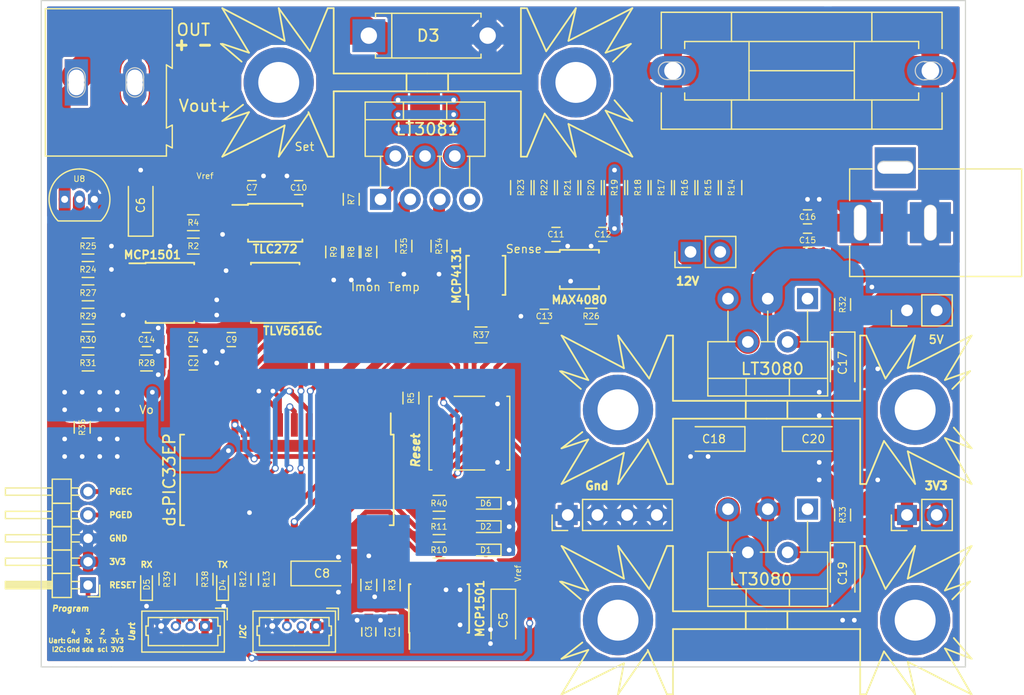
<source format=kicad_pcb>
(kicad_pcb (version 4) (host pcbnew 4.0.5)
  (layers (0 F.Cu signal) (31 B.Cu signal) (34 B.Paste user) (35 F.Paste user) (36 B.SilkS user) (37 F.SilkS user) (38 B.Mask user) (39 F.Mask user) (44 Edge.Cuts user))
  (net 0 "")
  (net 1 +3V3)
  (net 2 GND)
  (net 3 "Net-(C5-Pad1)")
  (net 4 GNDA)
  (net 5 "Net-(C6-Pad1)")
  (net 6 +12V)
  (net 7 "Net-(C8-Pad1)")
  (net 8 /SET)
  (net 9 /3081_IN)
  (net 10 /VSENSE)
  (net 11 /VO_SENSE)
  (net 12 "Net-(C17-Pad1)")
  (net 13 +5V)
  (net 14 "Net-(C19-Pad1)")
  (net 15 /Power/Pin)
  (net 16 "Net-(CON1-Pad3)")
  (net 17 "Net-(D1-Pad2)")
  (net 18 "Net-(D2-Pad2)")
  (net 19 /VO+)
  (net 20 "Net-(D4-Pad2)")
  (net 21 "Net-(D5-Pad2)")
  (net 22 "Net-(D6-Pad2)")
  (net 23 /RESET)
  (net 24 /PGM_PGED)
  (net 25 /PGM_PGEC)
  (net 26 /SER_TX)
  (net 27 /SER_RX)
  (net 28 /I2C_SCL)
  (net 29 /I2C_SDA)
  (net 30 "Net-(R1-Pad1)")
  (net 31 "Net-(R2-Pad1)")
  (net 32 "Net-(R6-Pad2)")
  (net 33 "Net-(R10-Pad1)")
  (net 34 "Net-(R11-Pad1)")
  (net 35 "Net-(R24-Pad1)")
  (net 36 "Net-(R26-Pad2)")
  (net 37 /TEMP)
  (net 38 /IMON)
  (net 39 /SPI_SDI)
  (net 40 /SPI_SDO)
  (net 41 "Net-(R40-Pad1)")
  (net 42 "Net-(U1-Pad1)")
  (net 43 "Net-(U1-Pad2)")
  (net 44 "Net-(U1-Pad3)")
  (net 45 /DAC_OUT)
  (net 46 "Net-(U2-Pad2)")
  (net 47 "Net-(U3-Pad2)")
  (net 48 /SPI_SCK)
  (net 49 /SPI_CS_DAC)
  (net 50 /SPI_FS)
  (net 51 "Net-(U5-Pad9)")
  (net 52 "Net-(U5-Pad10)")
  (net 53 /SPI_CS_MCP)
  (net 54 "Net-(U6-Pad1)")
  (net 55 "Net-(U6-Pad7)")
  (net 56 "Net-(U7-Pad5)")
  (net 57 "Net-(U9-Pad3)")
  (net 58 "Net-(U9-Pad6)")
  (net 59 "Net-(U9-Pad7)")
  (net 60 "Net-(U10-Pad1)")
  (net 61 "Net-(U11-Pad1)")
  (module Capacitors_Tantalum_SMD:CP_Tantalum_Case-A_EIA-3216-18_Reflow (layer F.Cu) (at 95.5 62.5 90)
    (fp_text reference C6 hide)
    (fp_text value "2.2µ **" hide)
    (fp_text user %R (at 0 0 90) (layer F.SilkS) (effects (font (size 0.7 0.7) (thickness 0.105))))
    (pad 1 smd rect (at -1.375 0 90) (size 1.95 1.5) (layers F.Cu F.Paste F.Mask) (net 5 "Net-(C6-Pad1)"))
    (pad 2 smd rect (at 1.375 0 90) (size 1.95 1.5) (layers F.Cu F.Paste F.Mask) (net 4 GNDA))
  )
  (module Housings_SOIC:SOIC-28W_7.5x17.9mm_Pitch1.27mm (layer F.Cu) (at 108 86 270)
    (fp_text reference U5 hide)
    (fp_text value dsPIC33EP (at 0 10.05 270) (layer F.SilkS))
    (pad 1 smd rect (at -4.7 -8.255 270) (size 2 0.6) (layers F.Cu F.Paste F.Mask) (net 23 /RESET))
    (pad 2 smd rect (at -4.7 -6.985 270) (size 2 0.6) (layers F.Cu F.Paste F.Mask) (net 11 /VO_SENSE))
    (pad 3 smd rect (at -4.7 -5.715 270) (size 2 0.6) (layers F.Cu F.Paste F.Mask) (net 10 /VSENSE))
    (pad 4 smd rect (at -4.7 -4.445 270) (size 2 0.6) (layers F.Cu F.Paste F.Mask) (net 37 /TEMP))
    (pad 5 smd rect (at -4.7 -3.175 270) (size 2 0.6) (layers F.Cu F.Paste F.Mask) (net 38 /IMON))
    (pad 6 smd rect (at -4.7 -1.905 270) (size 2 0.6) (layers F.Cu F.Paste F.Mask) (net 25 /PGM_PGEC))
    (pad 7 smd rect (at -4.7 -0.635 270) (size 2 0.6) (layers F.Cu F.Paste F.Mask) (net 24 /PGM_PGED))
    (pad 8 smd rect (at -4.7 0.635 270) (size 2 0.6) (layers F.Cu F.Paste F.Mask) (net 2 GND))
    (pad 9 smd rect (at -4.7 1.905 270) (size 2 0.6) (layers F.Cu F.Paste F.Mask) (net 51 "Net-(U5-Pad9)"))
    (pad 10 smd rect (at -4.7 3.175 270) (size 2 0.6) (layers F.Cu F.Paste F.Mask) (net 52 "Net-(U5-Pad10)"))
    (pad 11 smd rect (at -4.7 4.445 270) (size 2 0.6) (layers F.Cu F.Paste F.Mask) (net 53 /SPI_CS_MCP))
    (pad 12 smd rect (at -4.7 5.715 270) (size 2 0.6) (layers F.Cu F.Paste F.Mask) (net 49 /SPI_CS_DAC))
    (pad 13 smd rect (at -4.7 6.985 270) (size 2 0.6) (layers F.Cu F.Paste F.Mask) (net 1 +3V3))
    (pad 14 smd rect (at -4.7 8.255 270) (size 2 0.6) (layers F.Cu F.Paste F.Mask) (net 50 /SPI_FS))
    (pad 15 smd rect (at 4.7 8.255 270) (size 2 0.6) (layers F.Cu F.Paste F.Mask) (net 27 /SER_RX))
    (pad 16 smd rect (at 4.7 6.985 270) (size 2 0.6) (layers F.Cu F.Paste F.Mask) (net 26 /SER_TX))
    (pad 17 smd rect (at 4.7 5.715 270) (size 2 0.6) (layers F.Cu F.Paste F.Mask) (net 28 /I2C_SCL))
    (pad 18 smd rect (at 4.7 4.445 270) (size 2 0.6) (layers F.Cu F.Paste F.Mask) (net 29 /I2C_SDA))
    (pad 19 smd rect (at 4.7 3.175 270) (size 2 0.6) (layers F.Cu F.Paste F.Mask) (net 2 GND))
    (pad 20 smd rect (at 4.7 1.905 270) (size 2 0.6) (layers F.Cu F.Paste F.Mask) (net 7 "Net-(C8-Pad1)"))
    (pad 21 smd rect (at 4.7 0.635 270) (size 2 0.6) (layers F.Cu F.Paste F.Mask) (net 40 /SPI_SDO))
    (pad 22 smd rect (at 4.7 -0.635 270) (size 2 0.6) (layers F.Cu F.Paste F.Mask) (net 48 /SPI_SCK))
    (pad 23 smd rect (at 4.7 -1.905 270) (size 2 0.6) (layers F.Cu F.Paste F.Mask) (net 39 /SPI_SDI))
    (pad 24 smd rect (at 4.7 -3.175 270) (size 2 0.6) (layers F.Cu F.Paste F.Mask) (net 41 "Net-(R40-Pad1)"))
    (pad 25 smd rect (at 4.7 -4.445 270) (size 2 0.6) (layers F.Cu F.Paste F.Mask) (net 34 "Net-(R11-Pad1)"))
    (pad 26 smd rect (at 4.7 -5.715 270) (size 2 0.6) (layers F.Cu F.Paste F.Mask) (net 33 "Net-(R10-Pad1)"))
    (pad 27 smd rect (at 4.7 -6.985 270) (size 2 0.6) (layers F.Cu F.Paste F.Mask) (net 4 GNDA))
    (pad 28 smd rect (at 4.7 -8.255 270) (size 2 0.6) (layers F.Cu F.Paste F.Mask) (net 30 "Net-(R1-Pad1)"))
  )
  (module Capacitors_SMD:C_0603_HandSoldering (layer F.Cu) (at 117 99 90)
    (fp_text reference C1 (at 0 0 90) (layer F.SilkS) (effects (font (size 0.5 0.5) (thickness 0.075))))
    (fp_text value 1µ hide)
    (pad 1 smd rect (at -0.95 0 90) (size 1.2 0.75) (layers F.Cu F.Paste F.Mask) (net 1 +3V3))
    (pad 2 smd rect (at 0.95 0 90) (size 1.2 0.75) (layers F.Cu F.Paste F.Mask) (net 2 GND))
  )
  (module Capacitors_SMD:C_0603_HandSoldering (layer F.Cu) (at 100 76)
    (fp_text reference C2 hide)
    (fp_text value 1µ hide)
    (fp_text user %R (at 0 0) (layer F.SilkS) (effects (font (size 0.5 0.5) (thickness 0.075))))
    (pad 1 smd rect (at -0.95 0) (size 1.2 0.75) (layers F.Cu F.Paste F.Mask) (net 1 +3V3))
    (pad 2 smd rect (at 0.95 0) (size 1.2 0.75) (layers F.Cu F.Paste F.Mask) (net 2 GND))
  )
  (module Capacitors_SMD:C_0603_HandSoldering (layer F.Cu) (at 115 99 90)
    (fp_text reference C3 (at 0 0 90) (layer F.SilkS) (effects (font (size 0.5 0.5) (thickness 0.075))))
    (fp_text value 10n hide)
    (pad 1 smd rect (at -0.95 0 90) (size 1.2 0.75) (layers F.Cu F.Paste F.Mask) (net 1 +3V3))
    (pad 2 smd rect (at 0.95 0 90) (size 1.2 0.75) (layers F.Cu F.Paste F.Mask) (net 2 GND))
  )
  (module Capacitors_SMD:C_0603_HandSoldering (layer F.Cu) (at 100 74)
    (fp_text reference C4 hide)
    (fp_text value 10n hide)
    (fp_text user %R (at 0 0) (layer F.SilkS) (effects (font (size 0.5 0.5) (thickness 0.075))))
    (pad 1 smd rect (at -0.95 0) (size 1.2 0.75) (layers F.Cu F.Paste F.Mask) (net 1 +3V3))
    (pad 2 smd rect (at 0.95 0) (size 1.2 0.75) (layers F.Cu F.Paste F.Mask) (net 2 GND))
  )
  (module Capacitors_Tantalum_SMD:CP_Tantalum_Case-A_EIA-3216-18_Reflow (layer F.Cu) (at 126.5 98 270)
    (fp_text reference C5 hide)
    (fp_text value "2.2µ **" hide)
    (fp_text user %R (at 0 0 270) (layer F.SilkS) (effects (font (size 0.7 0.7) (thickness 0.105))))
    (pad 1 smd rect (at -1.375 0 270) (size 1.95 1.5) (layers F.Cu F.Paste F.Mask) (net 3 "Net-(C5-Pad1)"))
    (pad 2 smd rect (at 1.375 0 270) (size 1.95 1.5) (layers F.Cu F.Paste F.Mask) (net 4 GNDA))
  )
  (module Capacitors_SMD:C_0603_HandSoldering (layer F.Cu) (at 105 61)
    (fp_text reference C7 hide)
    (fp_text value 100n hide)
    (fp_text user %R (at 0 0) (layer F.SilkS) (effects (font (size 0.5 0.5) (thickness 0.075))))
    (pad 1 smd rect (at -0.95 0) (size 1.2 0.75) (layers F.Cu F.Paste F.Mask) (net 6 +12V))
    (pad 2 smd rect (at 0.95 0) (size 1.2 0.75) (layers F.Cu F.Paste F.Mask) (net 4 GNDA))
  )
  (module Capacitors_Tantalum_SMD:CP_Tantalum_Case-A_EIA-3216-18_Reflow (layer F.Cu) (at 111 94)
    (fp_text reference C8 hide)
    (fp_text value "10µ **" hide)
    (fp_text user %R (at 0 0) (layer F.SilkS) (effects (font (size 0.7 0.7) (thickness 0.105))))
    (pad 1 smd rect (at -1.375 0) (size 1.95 1.5) (layers F.Cu F.Paste F.Mask) (net 7 "Net-(C8-Pad1)"))
    (pad 2 smd rect (at 1.375 0) (size 1.95 1.5) (layers F.Cu F.Paste F.Mask) (net 2 GND))
  )
  (module Capacitors_SMD:C_0603_HandSoldering (layer F.Cu) (at 103.25 74 180)
    (fp_text reference C9 hide)
    (fp_text value 100n hide)
    (fp_text user %R (at 0 0 180) (layer F.SilkS) (effects (font (size 0.5 0.5) (thickness 0.075))))
    (pad 1 smd rect (at -0.95 0 180) (size 1.2 0.75) (layers F.Cu F.Paste F.Mask) (net 1 +3V3))
    (pad 2 smd rect (at 0.95 0 180) (size 1.2 0.75) (layers F.Cu F.Paste F.Mask) (net 2 GND))
  )
  (module Capacitors_SMD:C_0603_HandSoldering (layer F.Cu) (at 109 61 180)
    (fp_text reference C10 hide)
    (fp_text value 1µ hide)
    (fp_text user %R (at 0 0 180) (layer F.SilkS) (effects (font (size 0.5 0.5) (thickness 0.075))))
    (pad 1 smd rect (at -0.95 0 180) (size 1.2 0.75) (layers F.Cu F.Paste F.Mask) (net 8 /SET))
    (pad 2 smd rect (at 0.95 0 180) (size 1.2 0.75) (layers F.Cu F.Paste F.Mask) (net 4 GNDA))
  )
  (module Capacitors_SMD:C_0603_HandSoldering (layer F.Cu) (at 131 65)
    (fp_text reference C11 hide)
    (fp_text value 1µ hide)
    (fp_text user %R (at 0 0) (layer F.SilkS) (effects (font (size 0.5 0.5) (thickness 0.075))))
    (pad 1 smd rect (at -0.95 0) (size 1.2 0.75) (layers F.Cu F.Paste F.Mask) (net 6 +12V))
    (pad 2 smd rect (at 0.95 0) (size 1.2 0.75) (layers F.Cu F.Paste F.Mask) (net 4 GNDA))
  )
  (module Capacitors_SMD:C_0603_HandSoldering (layer F.Cu) (at 135 65 180)
    (fp_text reference C12 hide)
    (fp_text value 1µ hide)
    (fp_text user %R (at 0 0 180) (layer F.SilkS) (effects (font (size 0.5 0.5) (thickness 0.075))))
    (pad 1 smd rect (at -0.95 0 180) (size 1.2 0.75) (layers F.Cu F.Paste F.Mask) (net 9 /3081_IN))
    (pad 2 smd rect (at 0.95 0 180) (size 1.2 0.75) (layers F.Cu F.Paste F.Mask) (net 4 GNDA))
  )
  (module Capacitors_SMD:C_0603_HandSoldering (layer F.Cu) (at 130 72 180)
    (fp_text reference C13 hide)
    (fp_text value 1µ hide)
    (fp_text user %R (at 0 0 180) (layer F.SilkS) (effects (font (size 0.5 0.5) (thickness 0.075))))
    (pad 1 smd rect (at -0.95 0 180) (size 1.2 0.75) (layers F.Cu F.Paste F.Mask) (net 10 /VSENSE))
    (pad 2 smd rect (at 0.95 0 180) (size 1.2 0.75) (layers F.Cu F.Paste F.Mask) (net 4 GNDA))
  )
  (module Capacitors_SMD:C_0603_HandSoldering (layer F.Cu) (at 96 74)
    (fp_text reference C14 hide)
    (fp_text value 1µ hide)
    (fp_text user %R (at 0 0) (layer F.SilkS) (effects (font (size 0.5 0.5) (thickness 0.075))))
    (pad 1 smd rect (at -0.95 0) (size 1.2 0.75) (layers F.Cu F.Paste F.Mask) (net 11 /VO_SENSE))
    (pad 2 smd rect (at 0.95 0) (size 1.2 0.75) (layers F.Cu F.Paste F.Mask) (net 4 GNDA))
  )
  (module Capacitors_SMD:C_0603_HandSoldering (layer F.Cu) (at 152.5 65.5)
    (fp_text reference C15 hide)
    (fp_text value 10µ hide)
    (fp_text user %R (at 0 0) (layer F.SilkS) (effects (font (size 0.5 0.5) (thickness 0.075))))
    (pad 1 smd rect (at -0.95 0) (size 1.2 0.75) (layers F.Cu F.Paste F.Mask) (net 6 +12V))
    (pad 2 smd rect (at 0.95 0) (size 1.2 0.75) (layers F.Cu F.Paste F.Mask) (net 4 GNDA))
  )
  (module Capacitors_SMD:C_0603_HandSoldering (layer F.Cu) (at 152.5 63.5)
    (fp_text reference C16 hide)
    (fp_text value 100n hide)
    (fp_text user %R (at 0 0) (layer F.SilkS) (effects (font (size 0.5 0.5) (thickness 0.075))))
    (pad 1 smd rect (at -0.95 0) (size 1.2 0.75) (layers F.Cu F.Paste F.Mask) (net 6 +12V))
    (pad 2 smd rect (at 0.95 0) (size 1.2 0.75) (layers F.Cu F.Paste F.Mask) (net 4 GNDA))
  )
  (module Capacitors_Tantalum_SMD:CP_Tantalum_Case-A_EIA-3216-18_Reflow (layer F.Cu) (at 155.5 76 270)
    (fp_text reference C17 hide)
    (fp_text value 1µ** hide)
    (fp_text user %R (at 0 0 270) (layer F.SilkS) (effects (font (size 0.7 0.7) (thickness 0.105))))
    (pad 1 smd rect (at -1.375 0 270) (size 1.95 1.5) (layers F.Cu F.Paste F.Mask) (net 12 "Net-(C17-Pad1)"))
    (pad 2 smd rect (at 1.375 0 270) (size 1.95 1.5) (layers F.Cu F.Paste F.Mask) (net 4 GNDA))
  )
  (module Capacitors_Tantalum_SMD:CP_Tantalum_Case-A_EIA-3216-18_Reflow (layer F.Cu) (at 144.5 82.5 180)
    (fp_text reference C18 hide)
    (fp_text value "2.2µ **" hide)
    (fp_text user %R (at 0 0 180) (layer F.SilkS) (effects (font (size 0.7 0.7) (thickness 0.105))))
    (pad 1 smd rect (at -1.375 0 180) (size 1.95 1.5) (layers F.Cu F.Paste F.Mask) (net 13 +5V))
    (pad 2 smd rect (at 1.375 0 180) (size 1.95 1.5) (layers F.Cu F.Paste F.Mask) (net 4 GNDA))
  )
  (module Capacitors_Tantalum_SMD:CP_Tantalum_Case-A_EIA-3216-18_Reflow (layer F.Cu) (at 155.5 94 270)
    (fp_text reference C19 hide)
    (fp_text value 1µ** hide)
    (fp_text user %R (at 0 0 270) (layer F.SilkS) (effects (font (size 0.7 0.7) (thickness 0.105))))
    (pad 1 smd rect (at -1.375 0 270) (size 1.95 1.5) (layers F.Cu F.Paste F.Mask) (net 14 "Net-(C19-Pad1)"))
    (pad 2 smd rect (at 1.375 0 270) (size 1.95 1.5) (layers F.Cu F.Paste F.Mask) (net 4 GNDA))
  )
  (module Capacitors_Tantalum_SMD:CP_Tantalum_Case-A_EIA-3216-18_Reflow (layer F.Cu) (at 153 82.5)
    (fp_text reference C20 hide)
    (fp_text value "2.2µ **" hide)
    (fp_text user %R (at 0 0) (layer F.SilkS) (effects (font (size 0.7 0.7) (thickness 0.105))))
    (pad 1 smd rect (at -1.375 0) (size 1.95 1.5) (layers F.Cu F.Paste F.Mask) (net 1 +3V3))
    (pad 2 smd rect (at 1.375 0) (size 1.95 1.5) (layers F.Cu F.Paste F.Mask) (net 4 GNDA))
  )
  (module Connectors:BARREL_JACK (layer F.Cu) (at 157 64 180)
    (fp_text reference CON1 hide)
    (fp_text value BARREL_JACK hide)
    (pad 1 thru_hole rect (at 0 0 180) (size 3.5 3.5) (drill oval 1 3) (layers *.Cu *.Mask) (net 15 /Power/Pin))
    (pad 2 thru_hole rect (at -6 0 180) (size 3.5 3.5) (drill oval 1 3) (layers *.Cu *.Mask) (net 4 GNDA))
    (pad 3 thru_hole rect (at -3 4.7 180) (size 3.5 3.5) (drill oval 3 1) (layers *.Cu *.Mask) (net 16 "Net-(CON1-Pad3)"))
  )
  (module LEDs:LED_0603 (layer F.Cu) (at 125 92 180)
    (fp_text reference D1 (at 0 0 180) (layer F.SilkS) (effects (font (size 0.5 0.5) (thickness 0.075))))
    (fp_text value LED hide)
    (pad 2 smd rect (at 0.8 0) (size 0.8 0.8) (layers F.Cu F.Paste F.Mask) (net 17 "Net-(D1-Pad2)"))
    (pad 1 smd rect (at -0.8 0) (size 0.8 0.8) (layers F.Cu F.Paste F.Mask) (net 2 GND))
  )
  (module LEDs:LED_0603 (layer F.Cu) (at 125 90 180)
    (fp_text reference D2 (at 0 0 180) (layer F.SilkS) (effects (font (size 0.5 0.5) (thickness 0.075))))
    (fp_text value LED hide)
    (pad 2 smd rect (at 0.8 0) (size 0.8 0.8) (layers F.Cu F.Paste F.Mask) (net 18 "Net-(D2-Pad2)"))
    (pad 1 smd rect (at -0.8 0) (size 0.8 0.8) (layers F.Cu F.Paste F.Mask) (net 2 GND))
  )
  (module Diodes_THT:D_5W_P10.16mm_Horizontal (layer F.Cu) (at 115 48)
    (fp_text reference D3 hide)
    (fp_text value D_Zener hide)
    (fp_text user %R (at 5.08 0) (layer F.SilkS))
    (pad 1 thru_hole rect (at 0 0) (size 2.8 2.8) (drill 1.4) (layers *.Cu *.Mask) (net 19 /VO+))
    (pad 2 thru_hole oval (at 10.16 0) (size 2.8 2.8) (drill 1.4) (layers *.Cu *.Mask) (net 4 GNDA))
  )
  (module LEDs:LED_0603 (layer F.Cu) (at 102.5 95 90)
    (fp_text reference D4 (at 0 0 90) (layer F.SilkS) (effects (font (size 0.5 0.5) (thickness 0.075))))
    (fp_text value LED hide)
    (pad 2 smd rect (at 0.8 0 270) (size 0.8 0.8) (layers F.Cu F.Paste F.Mask) (net 20 "Net-(D4-Pad2)"))
    (pad 1 smd rect (at -0.8 0 270) (size 0.8 0.8) (layers F.Cu F.Paste F.Mask) (net 2 GND))
  )
  (module LEDs:LED_0603 (layer F.Cu) (at 96 95 90)
    (fp_text reference D5 (at 0.04 0.02 90) (layer F.SilkS) (effects (font (size 0.5 0.5) (thickness 0.075))))
    (fp_text value LED hide)
    (pad 2 smd rect (at 0.8 0 270) (size 0.8 0.8) (layers F.Cu F.Paste F.Mask) (net 21 "Net-(D5-Pad2)"))
    (pad 1 smd rect (at -0.8 0 270) (size 0.8 0.8) (layers F.Cu F.Paste F.Mask) (net 2 GND))
  )
  (module LEDs:LED_0603 (layer F.Cu) (at 125 88 180)
    (fp_text reference D6 (at 0 0 180) (layer F.SilkS) (effects (font (size 0.5 0.5) (thickness 0.075))))
    (fp_text value LED hide)
    (pad 2 smd rect (at 0.8 0) (size 0.8 0.8) (layers F.Cu F.Paste F.Mask) (net 22 "Net-(D6-Pad2)"))
    (pad 1 smd rect (at -0.8 0) (size 0.8 0.8) (layers F.Cu F.Paste F.Mask) (net 2 GND))
  )
  (module Fuse_Holders_and_Fuses:Fuseholder5x20_horiz_SemiClosed_Casing10x25mm (layer F.Cu) (at 141 51)
    (fp_text reference F1 hide)
    (fp_text value Fuse hide)
    (pad 2 thru_hole oval (at 22 0 270) (size 2.5 4) (drill 1.5) (layers *.Cu *.Mask) (net 15 /Power/Pin))
    (pad 1 thru_hole oval (at 0 0 270) (size 2.5 4) (drill 1.5) (layers *.Cu *.Mask) (net 6 +12V))
  )
  (module Heatsinks:Heatsink_Fischer_SK104-STCB_35x13mm__2xDrill3.5mm_ScrewM3 (layer F.Cu) (at 120 52)
    (fp_text reference HS1 hide)
    (fp_text value HEATSINK hide)
    (pad 1 thru_hole circle (at 12.7 0) (size 5.99948 5.99948) (drill 3.50012) (layers *.Cu *.Mask))
    (pad 1 thru_hole circle (at -12.7 0) (size 5.99948 5.99948) (drill 3.50012) (layers *.Cu *.Mask))
  )
  (module Heatsinks:Heatsink_Fischer_SK104-STCB_35x13mm__2xDrill3.5mm_ScrewM3 (layer F.Cu) (at 149 80)
    (fp_text reference HS2 hide)
    (fp_text value HEATSINK hide)
    (pad 1 thru_hole circle (at 12.7 0) (size 5.99948 5.99948) (drill 3.50012) (layers *.Cu *.Mask))
    (pad 1 thru_hole circle (at -12.7 0) (size 5.99948 5.99948) (drill 3.50012) (layers *.Cu *.Mask))
  )
  (module Heatsinks:Heatsink_Fischer_SK104-STCB_35x13mm__2xDrill3.5mm_ScrewM3 (layer F.Cu) (at 149 98)
    (fp_text reference HS3 hide)
    (fp_text value HEATSINK hide)
    (pad 1 thru_hole circle (at 12.7 0) (size 5.99948 5.99948) (drill 3.50012) (layers *.Cu *.Mask))
    (pad 1 thru_hole circle (at -12.7 0) (size 5.99948 5.99948) (drill 3.50012) (layers *.Cu *.Mask))
  )
  (module Pin_Headers:Pin_Header_Straight_1x02_Pitch2.54mm (layer F.Cu) (at 142.5 66.5 90)
    (fp_text reference P1 hide)
    (fp_text value 12V hide)
    (pad 1 thru_hole rect (at 0 0 90) (size 1.7 1.7) (drill 1) (layers *.Cu *.Mask) (net 6 +12V))
    (pad 2 thru_hole oval (at 0 2.54 90) (size 1.7 1.7) (drill 1) (layers *.Cu *.Mask) (net 6 +12V))
  )
  (module Pin_Headers:Pin_Header_Straight_1x02_Pitch2.54mm (layer F.Cu) (at 161 71.5 90)
    (fp_text reference P2 hide)
    (fp_text value 5V hide)
    (pad 1 thru_hole rect (at 0 0 90) (size 1.7 1.7) (drill 1) (layers *.Cu *.Mask) (net 13 +5V))
    (pad 2 thru_hole oval (at 0 2.54 90) (size 1.7 1.7) (drill 1) (layers *.Cu *.Mask) (net 13 +5V))
  )
  (module Pin_Headers:Pin_Header_Straight_1x02_Pitch2.54mm (layer F.Cu) (at 161 89 90)
    (fp_text reference P3 hide)
    (fp_text value 3V3 hide)
    (pad 1 thru_hole rect (at 0 0 90) (size 1.7 1.7) (drill 1) (layers *.Cu *.Mask) (net 1 +3V3))
    (pad 2 thru_hole oval (at 0 2.54 90) (size 1.7 1.7) (drill 1) (layers *.Cu *.Mask) (net 1 +3V3))
  )
  (module Pin_Headers:Pin_Header_Straight_1x04_Pitch2.54mm (layer F.Cu) (at 132 89 90)
    (fp_text reference P4 hide)
    (fp_text value GND hide)
    (pad 1 thru_hole rect (at 0 0 90) (size 1.7 1.7) (drill 1) (layers *.Cu *.Mask) (net 4 GNDA))
    (pad 2 thru_hole oval (at 0 2.54 90) (size 1.7 1.7) (drill 1) (layers *.Cu *.Mask) (net 4 GNDA))
    (pad 3 thru_hole oval (at 0 5.08 90) (size 1.7 1.7) (drill 1) (layers *.Cu *.Mask) (net 4 GNDA))
    (pad 4 thru_hole oval (at 0 7.62 90) (size 1.7 1.7) (drill 1) (layers *.Cu *.Mask) (net 4 GNDA))
  )
  (module Pin_Headers:Pin_Header_Angled_1x05_Pitch2.00mm (layer F.Cu) (at 91 95 180)
    (fp_text reference P5 hide)
    (fp_text value PGM hide)
    (pad 1 thru_hole rect (at 0 0 180) (size 1.35 1.35) (drill 0.8) (layers *.Cu *.Mask) (net 23 /RESET))
    (pad 2 thru_hole oval (at 0 2 180) (size 1.35 1.35) (drill 0.8) (layers *.Cu *.Mask) (net 1 +3V3))
    (pad 3 thru_hole oval (at 0 4 180) (size 1.35 1.35) (drill 0.8) (layers *.Cu *.Mask) (net 2 GND))
    (pad 4 thru_hole oval (at 0 6 180) (size 1.35 1.35) (drill 0.8) (layers *.Cu *.Mask) (net 24 /PGM_PGED))
    (pad 5 thru_hole oval (at 0 8 180) (size 1.35 1.35) (drill 0.8) (layers *.Cu *.Mask) (net 25 /PGM_PGEC))
  )
  (module Connectors_Molex:Molex_PicoBlade_53047-0410_04x1.25mm_Straight (layer F.Cu) (at 101 98.5 180)
    (fp_text reference P6 hide)
    (fp_text value SERIAL hide)
    (pad 1 thru_hole rect (at 0 0 180) (size 0.85 0.85) (drill 0.5) (layers *.Cu *.Mask) (net 1 +3V3))
    (pad 2 thru_hole circle (at 1.25 0 180) (size 0.85 0.85) (drill 0.5) (layers *.Cu *.Mask) (net 26 /SER_TX))
    (pad 3 thru_hole circle (at 2.5 0 180) (size 0.85 0.85) (drill 0.5) (layers *.Cu *.Mask) (net 27 /SER_RX))
    (pad 4 thru_hole circle (at 3.75 0 180) (size 0.85 0.85) (drill 0.5) (layers *.Cu *.Mask) (net 2 GND))
  )
  (module Connectors_Molex:Molex_PicoBlade_53047-0410_04x1.25mm_Straight (layer F.Cu) (at 110.5 98.5 180)
    (fp_text reference P7 hide)
    (fp_text value I2C hide)
    (pad 1 thru_hole rect (at 0 0 180) (size 0.85 0.85) (drill 0.5) (layers *.Cu *.Mask) (net 1 +3V3))
    (pad 2 thru_hole circle (at 1.25 0 180) (size 0.85 0.85) (drill 0.5) (layers *.Cu *.Mask) (net 28 /I2C_SCL))
    (pad 3 thru_hole circle (at 2.5 0 180) (size 0.85 0.85) (drill 0.5) (layers *.Cu *.Mask) (net 29 /I2C_SDA))
    (pad 4 thru_hole circle (at 3.75 0 180) (size 0.85 0.85) (drill 0.5) (layers *.Cu *.Mask) (net 2 GND))
  )
  (module Connectors:AK300-2 (layer F.Cu) (at 90 52)
    (fp_text reference P8 hide)
    (fp_text value OUT (at 10 -4.5) (layer F.SilkS))
    (pad 1 thru_hole rect (at 0 0) (size 1.98 3.96) (drill oval 1.32 2.2) (layers *.Cu *.Mask F.Paste) (net 19 /VO+))
    (pad 2 thru_hole oval (at 5 0) (size 1.98 3.96) (drill oval 1.32 2.2) (layers *.Cu *.Mask F.Paste) (net 4 GNDA))
  )
  (module Resistors_SMD:R_0603_HandSoldering (layer F.Cu) (at 115 95 270)
    (fp_text reference R1 (at 0 0 270) (layer F.SilkS) (effects (font (size 0.5 0.5) (thickness 0.075))))
    (fp_text value 1k hide)
    (pad 1 smd rect (at -1.1 0 270) (size 1.2 0.9) (layers F.Cu F.Paste F.Mask) (net 30 "Net-(R1-Pad1)"))
    (pad 2 smd rect (at 1.1 0 270) (size 1.2 0.9) (layers F.Cu F.Paste F.Mask) (net 4 GNDA))
  )
  (module Resistors_SMD:R_0603_HandSoldering (layer F.Cu) (at 100 66 180)
    (fp_text reference R2 hide)
    (fp_text value 1k hide)
    (fp_text user %R (at 0 0 180) (layer F.SilkS) (effects (font (size 0.5 0.5) (thickness 0.075))))
    (pad 1 smd rect (at -1.1 0 180) (size 1.2 0.9) (layers F.Cu F.Paste F.Mask) (net 31 "Net-(R2-Pad1)"))
    (pad 2 smd rect (at 1.1 0 180) (size 1.2 0.9) (layers F.Cu F.Paste F.Mask) (net 4 GNDA))
  )
  (module Resistors_SMD:R_0603_HandSoldering (layer F.Cu) (at 117 95 270)
    (fp_text reference R3 (at 0 0 270) (layer F.SilkS) (effects (font (size 0.5 0.5) (thickness 0.075))))
    (fp_text value 50 hide)
    (pad 1 smd rect (at -1.1 0 270) (size 1.2 0.9) (layers F.Cu F.Paste F.Mask) (net 30 "Net-(R1-Pad1)"))
    (pad 2 smd rect (at 1.1 0 270) (size 1.2 0.9) (layers F.Cu F.Paste F.Mask) (net 3 "Net-(C5-Pad1)"))
  )
  (module Resistors_SMD:R_0603_HandSoldering (layer F.Cu) (at 100 64 180)
    (fp_text reference R4 hide)
    (fp_text value 50 hide)
    (fp_text user %R (at 0 0 180) (layer F.SilkS) (effects (font (size 0.5 0.5) (thickness 0.075))))
    (pad 1 smd rect (at -1.1 0 180) (size 1.2 0.9) (layers F.Cu F.Paste F.Mask) (net 31 "Net-(R2-Pad1)"))
    (pad 2 smd rect (at 1.1 0 180) (size 1.2 0.9) (layers F.Cu F.Paste F.Mask) (net 5 "Net-(C6-Pad1)"))
  )
  (module Resistors_SMD:R_0603_HandSoldering (layer F.Cu) (at 118.6 79 90)
    (fp_text reference R5 hide)
    (fp_text value 10k hide)
    (fp_text user %R (at 0 0 90) (layer F.SilkS) (effects (font (size 0.5 0.5) (thickness 0.075))))
    (pad 1 smd rect (at -1.1 0 90) (size 1.2 0.9) (layers F.Cu F.Paste F.Mask) (net 23 /RESET))
    (pad 2 smd rect (at 1.1 0 90) (size 1.2 0.9) (layers F.Cu F.Paste F.Mask) (net 1 +3V3))
  )
  (module Resistors_SMD:R_0603_HandSoldering (layer F.Cu) (at 115 66.5 90)
    (fp_text reference R6 hide)
    (fp_text value 10k** hide)
    (fp_text user %R (at 0 0 90) (layer F.SilkS) (effects (font (size 0.5 0.5) (thickness 0.075))))
    (pad 1 smd rect (at -1.1 0 90) (size 1.2 0.9) (layers F.Cu F.Paste F.Mask) (net 4 GNDA))
    (pad 2 smd rect (at 1.1 0 90) (size 1.2 0.9) (layers F.Cu F.Paste F.Mask) (net 32 "Net-(R6-Pad2)"))
  )
  (module Resistors_SMD:R_0603_HandSoldering (layer F.Cu) (at 113.5 62 90)
    (fp_text reference R7 hide)
    (fp_text value 10k** hide)
    (fp_text user %R (at 0 0 90) (layer F.SilkS) (effects (font (size 0.5 0.5) (thickness 0.075))))
    (pad 1 smd rect (at -1.1 0 90) (size 1.2 0.9) (layers F.Cu F.Paste F.Mask) (net 32 "Net-(R6-Pad2)"))
    (pad 2 smd rect (at 1.1 0 90) (size 1.2 0.9) (layers F.Cu F.Paste F.Mask) (net 8 /SET))
  )
  (module Resistors_SMD:R_0603_HandSoldering (layer F.Cu) (at 113.5 66.5 90)
    (fp_text reference R8 hide)
    (fp_text value 10k** hide)
    (fp_text user %R (at 0 0 90) (layer F.SilkS) (effects (font (size 0.5 0.5) (thickness 0.075))))
    (pad 1 smd rect (at -1.1 0 90) (size 1.2 0.9) (layers F.Cu F.Paste F.Mask) (net 4 GNDA))
    (pad 2 smd rect (at 1.1 0 90) (size 1.2 0.9) (layers F.Cu F.Paste F.Mask) (net 32 "Net-(R6-Pad2)"))
  )
  (module Resistors_SMD:R_0603_HandSoldering (layer F.Cu) (at 112 66.5 90)
    (fp_text reference R9 hide)
    (fp_text value 10k** hide)
    (fp_text user %R (at 0 0 90) (layer F.SilkS) (effects (font (size 0.5 0.5) (thickness 0.075))))
    (pad 1 smd rect (at -1.1 0 90) (size 1.2 0.9) (layers F.Cu F.Paste F.Mask) (net 4 GNDA))
    (pad 2 smd rect (at 1.1 0 90) (size 1.2 0.9) (layers F.Cu F.Paste F.Mask) (net 32 "Net-(R6-Pad2)"))
  )
  (module Resistors_SMD:R_0603_HandSoldering (layer F.Cu) (at 121 92)
    (fp_text reference R10 (at 0 0) (layer F.SilkS) (effects (font (size 0.5 0.5) (thickness 0.075))))
    (fp_text value 100 hide)
    (pad 1 smd rect (at -1.1 0) (size 1.2 0.9) (layers F.Cu F.Paste F.Mask) (net 33 "Net-(R10-Pad1)"))
    (pad 2 smd rect (at 1.1 0) (size 1.2 0.9) (layers F.Cu F.Paste F.Mask) (net 17 "Net-(D1-Pad2)"))
  )
  (module Resistors_SMD:R_0603_HandSoldering (layer F.Cu) (at 121 90)
    (fp_text reference R11 (at 0 0) (layer F.SilkS) (effects (font (size 0.5 0.5) (thickness 0.075))))
    (fp_text value 100 hide)
    (pad 1 smd rect (at -1.1 0) (size 1.2 0.9) (layers F.Cu F.Paste F.Mask) (net 34 "Net-(R11-Pad1)"))
    (pad 2 smd rect (at 1.1 0) (size 1.2 0.9) (layers F.Cu F.Paste F.Mask) (net 18 "Net-(D2-Pad2)"))
  )
  (module Resistors_SMD:R_0603_HandSoldering (layer F.Cu) (at 104.25 94.5 90)
    (fp_text reference R12 (at 0 0 90) (layer F.SilkS) (effects (font (size 0.5 0.5) (thickness 0.075))))
    (fp_text value 2k2 hide)
    (pad 1 smd rect (at -1.1 0 90) (size 1.2 0.9) (layers F.Cu F.Paste F.Mask) (net 1 +3V3))
    (pad 2 smd rect (at 1.1 0 90) (size 1.2 0.9) (layers F.Cu F.Paste F.Mask) (net 28 /I2C_SCL))
  )
  (module Resistors_SMD:R_0603_HandSoldering (layer F.Cu) (at 106.25 94.5 90)
    (fp_text reference R13 (at 0 0 90) (layer F.SilkS) (effects (font (size 0.5 0.5) (thickness 0.075))))
    (fp_text value 2k2 hide)
    (pad 1 smd rect (at -1.1 0 90) (size 1.2 0.9) (layers F.Cu F.Paste F.Mask) (net 1 +3V3))
    (pad 2 smd rect (at 1.1 0 90) (size 1.2 0.9) (layers F.Cu F.Paste F.Mask) (net 29 /I2C_SDA))
  )
  (module Resistors_SMD:R_0805_HandSoldering (layer F.Cu) (at 146 61 270)
    (fp_text reference R14 hide)
    (fp_text value 10** hide)
    (fp_text user %R (at 0 0 270) (layer F.SilkS) (effects (font (size 0.5 0.5) (thickness 0.075))))
    (pad 1 smd rect (at -1.35 0 270) (size 1.5 1.3) (layers F.Cu F.Paste F.Mask) (net 9 /3081_IN))
    (pad 2 smd rect (at 1.35 0 270) (size 1.5 1.3) (layers F.Cu F.Paste F.Mask) (net 6 +12V))
  )
  (module Resistors_SMD:R_0805_HandSoldering (layer F.Cu) (at 144 61 270)
    (fp_text reference R15 hide)
    (fp_text value 10** hide)
    (fp_text user %R (at 0 0 270) (layer F.SilkS) (effects (font (size 0.5 0.5) (thickness 0.075))))
    (pad 1 smd rect (at -1.35 0 270) (size 1.5 1.3) (layers F.Cu F.Paste F.Mask) (net 9 /3081_IN))
    (pad 2 smd rect (at 1.35 0 270) (size 1.5 1.3) (layers F.Cu F.Paste F.Mask) (net 6 +12V))
  )
  (module Resistors_SMD:R_0805_HandSoldering (layer F.Cu) (at 142 61 270)
    (fp_text reference R16 hide)
    (fp_text value 10** hide)
    (fp_text user %R (at 0 0 270) (layer F.SilkS) (effects (font (size 0.5 0.5) (thickness 0.075))))
    (pad 1 smd rect (at -1.35 0 270) (size 1.5 1.3) (layers F.Cu F.Paste F.Mask) (net 9 /3081_IN))
    (pad 2 smd rect (at 1.35 0 270) (size 1.5 1.3) (layers F.Cu F.Paste F.Mask) (net 6 +12V))
  )
  (module Resistors_SMD:R_0805_HandSoldering (layer F.Cu) (at 140 61 270)
    (fp_text reference R17 hide)
    (fp_text value 10** hide)
    (fp_text user %R (at 0 0 270) (layer F.SilkS) (effects (font (size 0.5 0.5) (thickness 0.075))))
    (pad 1 smd rect (at -1.35 0 270) (size 1.5 1.3) (layers F.Cu F.Paste F.Mask) (net 9 /3081_IN))
    (pad 2 smd rect (at 1.35 0 270) (size 1.5 1.3) (layers F.Cu F.Paste F.Mask) (net 6 +12V))
  )
  (module Resistors_SMD:R_0805_HandSoldering (layer F.Cu) (at 138 61 270)
    (fp_text reference R18 hide)
    (fp_text value 10** hide)
    (fp_text user %R (at 0 0 270) (layer F.SilkS) (effects (font (size 0.5 0.5) (thickness 0.075))))
    (pad 1 smd rect (at -1.35 0 270) (size 1.5 1.3) (layers F.Cu F.Paste F.Mask) (net 9 /3081_IN))
    (pad 2 smd rect (at 1.35 0 270) (size 1.5 1.3) (layers F.Cu F.Paste F.Mask) (net 6 +12V))
  )
  (module Resistors_SMD:R_0805_HandSoldering (layer F.Cu) (at 136 61 270)
    (fp_text reference R19 hide)
    (fp_text value 10** hide)
    (fp_text user %R (at 0 0 270) (layer F.SilkS) (effects (font (size 0.5 0.5) (thickness 0.075))))
    (pad 1 smd rect (at -1.35 0 270) (size 1.5 1.3) (layers F.Cu F.Paste F.Mask) (net 9 /3081_IN))
    (pad 2 smd rect (at 1.35 0 270) (size 1.5 1.3) (layers F.Cu F.Paste F.Mask) (net 6 +12V))
  )
  (module Resistors_SMD:R_0805_HandSoldering (layer F.Cu) (at 134 61 270)
    (fp_text reference R20 hide)
    (fp_text value 10** hide)
    (fp_text user %R (at 0 0 270) (layer F.SilkS) (effects (font (size 0.5 0.5) (thickness 0.075))))
    (pad 1 smd rect (at -1.35 0 270) (size 1.5 1.3) (layers F.Cu F.Paste F.Mask) (net 9 /3081_IN))
    (pad 2 smd rect (at 1.35 0 270) (size 1.5 1.3) (layers F.Cu F.Paste F.Mask) (net 6 +12V))
  )
  (module Resistors_SMD:R_0805_HandSoldering (layer F.Cu) (at 132 61 270)
    (fp_text reference R21 hide)
    (fp_text value 10** hide)
    (fp_text user %R (at 0 0 270) (layer F.SilkS) (effects (font (size 0.5 0.5) (thickness 0.075))))
    (pad 1 smd rect (at -1.35 0 270) (size 1.5 1.3) (layers F.Cu F.Paste F.Mask) (net 9 /3081_IN))
    (pad 2 smd rect (at 1.35 0 270) (size 1.5 1.3) (layers F.Cu F.Paste F.Mask) (net 6 +12V))
  )
  (module Resistors_SMD:R_0805_HandSoldering (layer F.Cu) (at 130 61 270)
    (fp_text reference R22 hide)
    (fp_text value 10** hide)
    (fp_text user %R (at 0 0 270) (layer F.SilkS) (effects (font (size 0.5 0.5) (thickness 0.075))))
    (pad 1 smd rect (at -1.35 0 270) (size 1.5 1.3) (layers F.Cu F.Paste F.Mask) (net 9 /3081_IN))
    (pad 2 smd rect (at 1.35 0 270) (size 1.5 1.3) (layers F.Cu F.Paste F.Mask) (net 6 +12V))
  )
  (module Resistors_SMD:R_0805_HandSoldering (layer F.Cu) (at 128 61 270)
    (fp_text reference R23 hide)
    (fp_text value 10** hide)
    (fp_text user %R (at 0 0 270) (layer F.SilkS) (effects (font (size 0.5 0.5) (thickness 0.075))))
    (pad 1 smd rect (at -1.35 0 270) (size 1.5 1.3) (layers F.Cu F.Paste F.Mask) (net 9 /3081_IN))
    (pad 2 smd rect (at 1.35 0 270) (size 1.5 1.3) (layers F.Cu F.Paste F.Mask) (net 6 +12V))
  )
  (module Resistors_SMD:R_0603_HandSoldering (layer F.Cu) (at 91 68)
    (fp_text reference R24 hide)
    (fp_text value 100** hide)
    (fp_text user %R (at 0 0) (layer F.SilkS) (effects (font (size 0.5 0.5) (thickness 0.075))))
    (pad 1 smd rect (at -1.1 0) (size 1.2 0.9) (layers F.Cu F.Paste F.Mask) (net 35 "Net-(R24-Pad1)"))
    (pad 2 smd rect (at 1.1 0) (size 1.2 0.9) (layers F.Cu F.Paste F.Mask) (net 4 GNDA))
  )
  (module Resistors_SMD:R_0603_HandSoldering (layer F.Cu) (at 91 66)
    (fp_text reference R25 hide)
    (fp_text value 100** hide)
    (fp_text user %R (at 0 0) (layer F.SilkS) (effects (font (size 0.5 0.5) (thickness 0.075))))
    (pad 1 smd rect (at -1.1 0) (size 1.2 0.9) (layers F.Cu F.Paste F.Mask) (net 35 "Net-(R24-Pad1)"))
    (pad 2 smd rect (at 1.1 0) (size 1.2 0.9) (layers F.Cu F.Paste F.Mask) (net 4 GNDA))
  )
  (module Resistors_SMD:R_0603_HandSoldering (layer F.Cu) (at 134 72)
    (fp_text reference R26 hide)
    (fp_text value 100 hide)
    (fp_text user %R (at 0 0) (layer F.SilkS) (effects (font (size 0.5 0.5) (thickness 0.075))))
    (pad 1 smd rect (at -1.1 0) (size 1.2 0.9) (layers F.Cu F.Paste F.Mask) (net 10 /VSENSE))
    (pad 2 smd rect (at 1.1 0) (size 1.2 0.9) (layers F.Cu F.Paste F.Mask) (net 36 "Net-(R26-Pad2)"))
  )
  (module Resistors_SMD:R_0603_HandSoldering (layer F.Cu) (at 91 70)
    (fp_text reference R27 hide)
    (fp_text value 10k** hide)
    (fp_text user %R (at 0 0) (layer F.SilkS) (effects (font (size 0.5 0.5) (thickness 0.075))))
    (pad 1 smd rect (at -1.1 0) (size 1.2 0.9) (layers F.Cu F.Paste F.Mask) (net 19 /VO+))
    (pad 2 smd rect (at 1.1 0) (size 1.2 0.9) (layers F.Cu F.Paste F.Mask) (net 11 /VO_SENSE))
  )
  (module Resistors_SMD:R_0603_HandSoldering (layer F.Cu) (at 96 76)
    (fp_text reference R28 hide)
    (fp_text value 10k** hide)
    (fp_text user %R (at 0 0) (layer F.SilkS) (effects (font (size 0.5 0.5) (thickness 0.075))))
    (pad 1 smd rect (at -1.1 0) (size 1.2 0.9) (layers F.Cu F.Paste F.Mask) (net 11 /VO_SENSE))
    (pad 2 smd rect (at 1.1 0) (size 1.2 0.9) (layers F.Cu F.Paste F.Mask) (net 4 GNDA))
  )
  (module Resistors_SMD:R_0603_HandSoldering (layer F.Cu) (at 91 72)
    (fp_text reference R29 hide)
    (fp_text value 10k** hide)
    (fp_text user %R (at 0 0) (layer F.SilkS) (effects (font (size 0.5 0.5) (thickness 0.075))))
    (pad 1 smd rect (at -1.1 0) (size 1.2 0.9) (layers F.Cu F.Paste F.Mask) (net 19 /VO+))
    (pad 2 smd rect (at 1.1 0) (size 1.2 0.9) (layers F.Cu F.Paste F.Mask) (net 11 /VO_SENSE))
  )
  (module Resistors_SMD:R_0603_HandSoldering (layer F.Cu) (at 91 74)
    (fp_text reference R30 hide)
    (fp_text value 10k** hide)
    (fp_text user %R (at 0 0) (layer F.SilkS) (effects (font (size 0.5 0.5) (thickness 0.075))))
    (pad 1 smd rect (at -1.1 0) (size 1.2 0.9) (layers F.Cu F.Paste F.Mask) (net 19 /VO+))
    (pad 2 smd rect (at 1.1 0) (size 1.2 0.9) (layers F.Cu F.Paste F.Mask) (net 11 /VO_SENSE))
  )
  (module Resistors_SMD:R_0603_HandSoldering (layer F.Cu) (at 91 76)
    (fp_text reference R31 hide)
    (fp_text value 10k** hide)
    (fp_text user %R (at 0 0) (layer F.SilkS) (effects (font (size 0.5 0.5) (thickness 0.075))))
    (pad 1 smd rect (at -1.1 0) (size 1.2 0.9) (layers F.Cu F.Paste F.Mask) (net 19 /VO+))
    (pad 2 smd rect (at 1.1 0) (size 1.2 0.9) (layers F.Cu F.Paste F.Mask) (net 11 /VO_SENSE))
  )
  (module Resistors_SMD:R_0603_HandSoldering (layer F.Cu) (at 155.5 71 90)
    (fp_text reference R32 hide)
    (fp_text value 500K* hide)
    (fp_text user %R (at 0 0 90) (layer F.SilkS) (effects (font (size 0.5 0.5) (thickness 0.075))))
    (pad 1 smd rect (at -1.1 0 90) (size 1.2 0.9) (layers F.Cu F.Paste F.Mask) (net 12 "Net-(C17-Pad1)"))
    (pad 2 smd rect (at 1.1 0 90) (size 1.2 0.9) (layers F.Cu F.Paste F.Mask) (net 4 GNDA))
  )
  (module Resistors_SMD:R_0603_HandSoldering (layer F.Cu) (at 155.5 89 90)
    (fp_text reference R33 hide)
    (fp_text value 330K* hide)
    (fp_text user %R (at 0 0 90) (layer F.SilkS) (effects (font (size 0.5 0.5) (thickness 0.075))))
    (pad 1 smd rect (at -1.1 0 90) (size 1.2 0.9) (layers F.Cu F.Paste F.Mask) (net 14 "Net-(C19-Pad1)"))
    (pad 2 smd rect (at 1.1 0 90) (size 1.2 0.9) (layers F.Cu F.Paste F.Mask) (net 4 GNDA))
  )
  (module Resistors_SMD:R_0603_HandSoldering (layer F.Cu) (at 121 66 270)
    (fp_text reference R34 hide)
    (fp_text value R hide)
    (fp_text user %R (at 0 0 270) (layer F.SilkS) (effects (font (size 0.5 0.5) (thickness 0.075))))
    (pad 1 smd rect (at -1.1 0 270) (size 1.2 0.9) (layers F.Cu F.Paste F.Mask) (net 37 /TEMP))
    (pad 2 smd rect (at 1.1 0 270) (size 1.2 0.9) (layers F.Cu F.Paste F.Mask) (net 4 GNDA))
  )
  (module Resistors_SMD:R_0603_HandSoldering (layer F.Cu) (at 118 66 270)
    (fp_text reference R35 hide)
    (fp_text value R hide)
    (fp_text user %R (at 0 0 270) (layer F.SilkS) (effects (font (size 0.5 0.5) (thickness 0.075))))
    (pad 1 smd rect (at -1.1 0 270) (size 1.2 0.9) (layers F.Cu F.Paste F.Mask) (net 38 /IMON))
    (pad 2 smd rect (at 1.1 0 270) (size 1.2 0.9) (layers F.Cu F.Paste F.Mask) (net 4 GNDA))
  )
  (module Resistors_SMD:R_0603_HandSoldering (layer F.Cu) (at 90.5 81.5 270)
    (fp_text reference R36 hide)
    (fp_text value 0 hide)
    (fp_text user %R (at 0 0 270) (layer F.SilkS) (effects (font (size 0.5 0.5) (thickness 0.075))))
    (pad 1 smd rect (at -1.1 0 270) (size 1.2 0.9) (layers F.Cu F.Paste F.Mask) (net 4 GNDA))
    (pad 2 smd rect (at 1.1 0 270) (size 1.2 0.9) (layers F.Cu F.Paste F.Mask) (net 2 GND))
  )
  (module Resistors_SMD:R_0603_HandSoldering (layer F.Cu) (at 124.6 73.6 180)
    (fp_text reference R37 hide)
    (fp_text value 200k hide)
    (fp_text user %R (at 0 0 180) (layer F.SilkS) (effects (font (size 0.5 0.5) (thickness 0.075))))
    (pad 1 smd rect (at -1.1 0 180) (size 1.2 0.9) (layers F.Cu F.Paste F.Mask) (net 39 /SPI_SDI))
    (pad 2 smd rect (at 1.1 0 180) (size 1.2 0.9) (layers F.Cu F.Paste F.Mask) (net 40 /SPI_SDO))
  )
  (module Resistors_SMD:R_0603_HandSoldering (layer F.Cu) (at 101 94.5 270)
    (fp_text reference R38 (at 0 0 270) (layer F.SilkS) (effects (font (size 0.5 0.5) (thickness 0.075))))
    (fp_text value 100 hide)
    (pad 1 smd rect (at -1.1 0 270) (size 1.2 0.9) (layers F.Cu F.Paste F.Mask) (net 20 "Net-(D4-Pad2)"))
    (pad 2 smd rect (at 1.1 0 270) (size 1.2 0.9) (layers F.Cu F.Paste F.Mask) (net 26 /SER_TX))
  )
  (module Resistors_SMD:R_0603_HandSoldering (layer F.Cu) (at 97.75 94.5 270)
    (fp_text reference R39 (at 0 0 450) (layer F.SilkS) (effects (font (size 0.5 0.5) (thickness 0.075))))
    (fp_text value 100 hide)
    (pad 1 smd rect (at -1.1 0 270) (size 1.2 0.9) (layers F.Cu F.Paste F.Mask) (net 21 "Net-(D5-Pad2)"))
    (pad 2 smd rect (at 1.1 0 270) (size 1.2 0.9) (layers F.Cu F.Paste F.Mask) (net 27 /SER_RX))
  )
  (module Resistors_SMD:R_0603_HandSoldering (layer F.Cu) (at 121 88)
    (fp_text reference R40 (at 0 0) (layer F.SilkS) (effects (font (size 0.5 0.5) (thickness 0.075))))
    (fp_text value 100 hide)
    (pad 1 smd rect (at -1.1 0) (size 1.2 0.9) (layers F.Cu F.Paste F.Mask) (net 41 "Net-(R40-Pad1)"))
    (pad 2 smd rect (at 1.1 0) (size 1.2 0.9) (layers F.Cu F.Paste F.Mask) (net 22 "Net-(D6-Pad2)"))
  )
  (module Buttons_Switches_SMD:SW_SPST_B3S-1000 (layer F.Cu) (at 123.6 82 270)
    (fp_text reference SW1 hide)
    (fp_text value SW_PUSH hide)
    (pad 1 smd rect (at -3.975 -2.25 270) (size 1.55 1.3) (layers F.Cu F.Paste F.Mask) (net 2 GND))
    (pad 1 smd rect (at 3.975 -2.25 270) (size 1.55 1.3) (layers F.Cu F.Paste F.Mask) (net 2 GND))
    (pad 2 smd rect (at -3.975 2.25 270) (size 1.55 1.3) (layers F.Cu F.Paste F.Mask) (net 23 /RESET))
    (pad 2 smd rect (at 3.975 2.25 270) (size 1.55 1.3) (layers F.Cu F.Paste F.Mask) (net 23 /RESET))
  )
  (module Measurement_Points:Measurement_Point_Round-SMD-Pad_Small (layer F.Cu) (at 126.5 94 90)
    (fp_text reference TP1 hide)
    (fp_text value Vref (at 0 1.25 90) (layer F.SilkS) (effects (font (size 0.5 0.5) (thickness 0.075))))
    (pad 1 smd circle (at 0 0 90) (size 1.5 1.5) (layers F.Cu F.Mask) (net 30 "Net-(R1-Pad1)"))
  )
  (module Measurement_Points:Measurement_Point_Round-SMD-Pad_Small (layer F.Cu) (at 101 61.5)
    (fp_text reference TP2 hide)
    (fp_text value Vref (at 0 -1.5) (layer F.SilkS) (effects (font (size 0.5 0.5) (thickness 0.075))))
    (pad 1 smd circle (at 0 0) (size 1.5 1.5) (layers F.Cu F.Mask) (net 31 "Net-(R2-Pad1)"))
  )
  (module Measurement_Points:Measurement_Point_Round-SMD-Pad_Small (layer F.Cu) (at 109.5 59)
    (fp_text reference TP3 hide)
    (fp_text value Set (at 0 -1.5) (layer F.SilkS) (effects (font (size 0.7 0.7) (thickness 0.1))))
    (pad 1 smd circle (at 0 0) (size 1.5 1.5) (layers F.Cu F.Mask) (net 8 /SET))
  )
  (module Measurement_Points:Measurement_Point_Round-SMD-Pad_Small (layer F.Cu) (at 96.5 78.5)
    (fp_text reference TP6 hide)
    (fp_text value Vo (at -0.5 1.5) (layer F.SilkS) (effects (font (size 0.7 0.7) (thickness 0.1))))
    (pad 1 smd circle (at 0 0) (size 1.5 1.5) (layers F.Cu F.Mask) (net 11 /VO_SENSE))
  )
  (module Measurement_Points:Measurement_Point_Round-SMD-Pad_Small (layer F.Cu) (at 128.25 67.75)
    (fp_text reference TP7 hide)
    (fp_text value Sense (at 0 -1.5) (layer F.SilkS) (effects (font (size 0.7 0.7) (thickness 0.1))))
    (pad 1 smd circle (at 0 0) (size 1.5 1.5) (layers F.Cu F.Mask) (net 10 /VSENSE))
  )
  (module Measurement_Points:Measurement_Point_Round-SMD-Pad_Small (layer F.Cu) (at 118 71)
    (fp_text reference TP8 hide)
    (fp_text value Temp (at 0 -1.5) (layer F.SilkS) (effects (font (size 0.7 0.7) (thickness 0.1))))
    (pad 1 smd circle (at 0 0) (size 1.5 1.5) (layers F.Cu F.Mask) (net 37 /TEMP))
  )
  (module Measurement_Points:Measurement_Point_Round-SMD-Pad_Small (layer F.Cu) (at 114.75 71)
    (fp_text reference TP9 hide)
    (fp_text value Imon (at 0 -1.5) (layer F.SilkS) (effects (font (size 0.7 0.7) (thickness 0.1))))
    (pad 1 smd circle (at 0 0) (size 1.5 1.5) (layers F.Cu F.Mask) (net 38 /IMON))
  )
  (module Measurement_Points:Measurement_Point_Round-SMD-Pad_Small (layer F.Cu) (at 101 52)
    (fp_text reference TP12 hide)
    (fp_text value Vout+ (at 0 2) (layer F.SilkS))
    (pad 1 smd circle (at 0 0) (size 1.5 1.5) (layers F.Cu F.Mask) (net 19 /VO+))
  )
  (module Measurement_Points:Measurement_Point_Round-SMD-Pad_Small (layer F.Cu) (at 149 64.5)
    (fp_text reference TP13 hide)
    (fp_text value TEST hide)
    (pad 1 smd circle (at 0 0) (size 1.5 1.5) (layers F.Cu F.Mask) (net 6 +12V))
  )
  (module Measurement_Points:Measurement_Point_Round-SMD-Pad_Small (layer F.Cu) (at 157.5 72)
    (fp_text reference TP14 hide)
    (fp_text value TEST hide)
    (pad 1 smd circle (at 0 0) (size 1.5 1.5) (layers F.Cu F.Mask) (net 12 "Net-(C17-Pad1)"))
  )
  (module Measurement_Points:Measurement_Point_Round-SMD-Pad_Small (layer F.Cu) (at 157.5 90)
    (fp_text reference TP16 hide)
    (fp_text value TEST hide)
    (pad 1 smd circle (at 0 0) (size 1.5 1.5) (layers F.Cu F.Mask) (net 14 "Net-(C19-Pad1)"))
  )
  (module Housings_SSOP:TSSOP-8_4.4x3mm_Pitch0.65mm (layer F.Cu) (at 107 64)
    (fp_text reference U1 hide)
    (fp_text value TLC272 (at 0 2.25) (layer F.SilkS) (effects (font (size 0.7 0.7))))
    (pad 1 smd rect (at -2.95 -0.975) (size 1.45 0.45) (layers F.Cu F.Paste F.Mask) (net 42 "Net-(U1-Pad1)"))
    (pad 2 smd rect (at -2.95 -0.325) (size 1.45 0.45) (layers F.Cu F.Paste F.Mask) (net 43 "Net-(U1-Pad2)"))
    (pad 3 smd rect (at -2.95 0.325) (size 1.45 0.45) (layers F.Cu F.Paste F.Mask) (net 44 "Net-(U1-Pad3)"))
    (pad 4 smd rect (at -2.95 0.975) (size 1.45 0.45) (layers F.Cu F.Paste F.Mask) (net 4 GNDA))
    (pad 5 smd rect (at 2.95 0.975) (size 1.45 0.45) (layers F.Cu F.Paste F.Mask) (net 45 /DAC_OUT))
    (pad 6 smd rect (at 2.95 0.325) (size 1.45 0.45) (layers F.Cu F.Paste F.Mask) (net 32 "Net-(R6-Pad2)"))
    (pad 7 smd rect (at 2.95 -0.325) (size 1.45 0.45) (layers F.Cu F.Paste F.Mask) (net 8 /SET))
    (pad 8 smd rect (at 2.95 -0.975) (size 1.45 0.45) (layers F.Cu F.Paste F.Mask) (net 6 +12V))
  )
  (module Housings_SOIC:SOIC-8_3.9x4.9mm_Pitch1.27mm (layer F.Cu) (at 121 97 90)
    (fp_text reference U2 hide)
    (fp_text value MCP1501 (at 0 3.5 90) (layer F.SilkS) (effects (font (size 0.7 0.7))))
    (pad 1 smd rect (at -2.7 -1.905 90) (size 1.55 0.6) (layers F.Cu F.Paste F.Mask) (net 1 +3V3))
    (pad 2 smd rect (at -2.7 -0.635 90) (size 1.55 0.6) (layers F.Cu F.Paste F.Mask) (net 46 "Net-(U2-Pad2)"))
    (pad 3 smd rect (at -2.7 0.635 90) (size 1.55 0.6) (layers F.Cu F.Paste F.Mask) (net 1 +3V3))
    (pad 4 smd rect (at -2.7 1.905 90) (size 1.55 0.6) (layers F.Cu F.Paste F.Mask) (net 4 GNDA))
    (pad 5 smd rect (at 2.7 1.905 90) (size 1.55 0.6) (layers F.Cu F.Paste F.Mask) (net 4 GNDA))
    (pad 6 smd rect (at 2.7 0.635 90) (size 1.55 0.6) (layers F.Cu F.Paste F.Mask) (net 4 GNDA))
    (pad 7 smd rect (at 2.7 -0.635 90) (size 1.55 0.6) (layers F.Cu F.Paste F.Mask) (net 30 "Net-(R1-Pad1)"))
    (pad 8 smd rect (at 2.7 -1.905 90) (size 1.55 0.6) (layers F.Cu F.Paste F.Mask) (net 30 "Net-(R1-Pad1)"))
  )
  (module Housings_SOIC:SOIC-8_3.9x4.9mm_Pitch1.27mm (layer F.Cu) (at 98 70)
    (fp_text reference U3 hide)
    (fp_text value MCP1501 (at -1.5 -3.25) (layer F.SilkS) (effects (font (size 0.7 0.7))))
    (pad 1 smd rect (at -2.7 -1.905) (size 1.55 0.6) (layers F.Cu F.Paste F.Mask) (net 1 +3V3))
    (pad 2 smd rect (at -2.7 -0.635) (size 1.55 0.6) (layers F.Cu F.Paste F.Mask) (net 47 "Net-(U3-Pad2)"))
    (pad 3 smd rect (at -2.7 0.635) (size 1.55 0.6) (layers F.Cu F.Paste F.Mask) (net 1 +3V3))
    (pad 4 smd rect (at -2.7 1.905) (size 1.55 0.6) (layers F.Cu F.Paste F.Mask) (net 4 GNDA))
    (pad 5 smd rect (at 2.7 1.905) (size 1.55 0.6) (layers F.Cu F.Paste F.Mask) (net 4 GNDA))
    (pad 6 smd rect (at 2.7 0.635) (size 1.55 0.6) (layers F.Cu F.Paste F.Mask) (net 4 GNDA))
    (pad 7 smd rect (at 2.7 -0.635) (size 1.55 0.6) (layers F.Cu F.Paste F.Mask) (net 31 "Net-(R2-Pad1)"))
    (pad 8 smd rect (at 2.7 -1.905) (size 1.55 0.6) (layers F.Cu F.Paste F.Mask) (net 31 "Net-(R2-Pad1)"))
  )
  (module Housings_SOIC:SOIC-8_3.9x4.9mm_Pitch1.27mm (layer F.Cu) (at 107 70 180)
    (fp_text reference U4 hide)
    (fp_text value TLV5616C (at -1.5 -3.25 180) (layer F.SilkS) (effects (font (size 0.7 0.7))))
    (pad 1 smd rect (at -2.7 -1.905 180) (size 1.55 0.6) (layers F.Cu F.Paste F.Mask) (net 40 /SPI_SDO))
    (pad 2 smd rect (at -2.7 -0.635 180) (size 1.55 0.6) (layers F.Cu F.Paste F.Mask) (net 48 /SPI_SCK))
    (pad 3 smd rect (at -2.7 0.635 180) (size 1.55 0.6) (layers F.Cu F.Paste F.Mask) (net 49 /SPI_CS_DAC))
    (pad 4 smd rect (at -2.7 1.905 180) (size 1.55 0.6) (layers F.Cu F.Paste F.Mask) (net 50 /SPI_FS))
    (pad 5 smd rect (at 2.7 1.905 180) (size 1.55 0.6) (layers F.Cu F.Paste F.Mask) (net 4 GNDA))
    (pad 6 smd rect (at 2.7 0.635 180) (size 1.55 0.6) (layers F.Cu F.Paste F.Mask) (net 31 "Net-(R2-Pad1)"))
    (pad 7 smd rect (at 2.7 -0.635 180) (size 1.55 0.6) (layers F.Cu F.Paste F.Mask) (net 45 /DAC_OUT))
    (pad 8 smd rect (at 2.7 -1.905 180) (size 1.55 0.6) (layers F.Cu F.Paste F.Mask) (net 1 +3V3))
  )
  (module TO_SOT_Packages_THT:TO-220-7_Multiwatt-7_Vertical_StaggeredType1 (layer F.Cu) (at 116 62)
    (fp_text reference U6 hide)
    (fp_text value LT3081 (at 4 -6) (layer F.SilkS))
    (pad 1 thru_hole rect (at 0 0) (size 1.8 1.8) (drill 1) (layers *.Cu *.Mask) (net 54 "Net-(U6-Pad1)"))
    (pad 2 thru_hole oval (at 1.27 -3.7) (size 1.8 1.8) (drill 1) (layers *.Cu *.Mask) (net 8 /SET))
    (pad 3 thru_hole oval (at 2.54 0) (size 1.8 1.8) (drill 1) (layers *.Cu *.Mask) (net 38 /IMON))
    (pad 4 thru_hole oval (at 3.81 -3.7) (size 1.8 1.8) (drill 1) (layers *.Cu *.Mask) (net 19 /VO+))
    (pad 5 thru_hole oval (at 5.08 0) (size 1.8 1.8) (drill 1) (layers *.Cu *.Mask) (net 37 /TEMP))
    (pad 6 thru_hole oval (at 6.35 -3.7) (size 1.8 1.8) (drill 1) (layers *.Cu *.Mask) (net 9 /3081_IN))
    (pad 7 thru_hole oval (at 7.62 0) (size 1.8 1.8) (drill 1) (layers *.Cu *.Mask) (net 55 "Net-(U6-Pad7)"))
  )
  (module Housings_SSOP:MSOP-8_3x3mm_Pitch0.65mm (layer F.Cu) (at 125 68.5 90)
    (fp_text reference U7 hide)
    (fp_text value MCP4131 (at 0 -2.5 90) (layer F.SilkS) (effects (font (size 0.7 0.7))))
    (pad 1 smd rect (at -2.2 -0.975 90) (size 1.45 0.45) (layers F.Cu F.Paste F.Mask) (net 53 /SPI_CS_MCP))
    (pad 2 smd rect (at -2.2 -0.325 90) (size 1.45 0.45) (layers F.Cu F.Paste F.Mask) (net 48 /SPI_SCK))
    (pad 3 smd rect (at -2.2 0.325 90) (size 1.45 0.45) (layers F.Cu F.Paste F.Mask) (net 39 /SPI_SDI))
    (pad 4 smd rect (at -2.2 0.975 90) (size 1.45 0.45) (layers F.Cu F.Paste F.Mask) (net 2 GND))
    (pad 5 smd rect (at 2.2 0.975 90) (size 1.45 0.45) (layers F.Cu F.Paste F.Mask) (net 56 "Net-(U7-Pad5)"))
    (pad 6 smd rect (at 2.2 0.325 90) (size 1.45 0.45) (layers F.Cu F.Paste F.Mask) (net 19 /VO+))
    (pad 7 smd rect (at 2.2 -0.325 90) (size 1.45 0.45) (layers F.Cu F.Paste F.Mask) (net 54 "Net-(U6-Pad1)"))
    (pad 8 smd rect (at 2.2 -0.975 90) (size 1.45 0.45) (layers F.Cu F.Paste F.Mask) (net 1 +3V3))
  )
  (module TO_SOT_Packages_THT:TO-92_Inline_Narrow_Oval (layer F.Cu) (at 89 62)
    (fp_text reference U8 hide)
    (fp_text value LM334Z hide)
    (fp_text user %R (at 1.25 -1.75) (layer F.SilkS) (effects (font (size 0.5 0.5) (thickness 0.075))))
    (pad 2 thru_hole oval (at 1.27 0 180) (size 0.9 1.5) (drill 0.6) (layers *.Cu *.Mask) (net 35 "Net-(R24-Pad1)"))
    (pad 3 thru_hole oval (at 2.54 0 180) (size 0.9 1.5) (drill 0.6) (layers *.Cu *.Mask) (net 4 GNDA))
    (pad 1 thru_hole rect (at 0 0 180) (size 0.9 1.5) (drill 0.6) (layers *.Cu *.Mask) (net 19 /VO+))
  )
  (module Housings_SSOP:MSOP-8_3x3mm_Pitch0.65mm (layer F.Cu) (at 133 68)
    (fp_text reference U9 hide)
    (fp_text value MAX4080 (at 0 2.6) (layer F.SilkS) (effects (font (size 0.7 0.7))))
    (pad 1 smd rect (at -2.2 -0.975) (size 1.45 0.45) (layers F.Cu F.Paste F.Mask) (net 6 +12V))
    (pad 2 smd rect (at -2.2 -0.325) (size 1.45 0.45) (layers F.Cu F.Paste F.Mask) (net 6 +12V))
    (pad 3 smd rect (at -2.2 0.325) (size 1.45 0.45) (layers F.Cu F.Paste F.Mask) (net 57 "Net-(U9-Pad3)"))
    (pad 4 smd rect (at -2.2 0.975) (size 1.45 0.45) (layers F.Cu F.Paste F.Mask) (net 4 GNDA))
    (pad 5 smd rect (at 2.2 0.975) (size 1.45 0.45) (layers F.Cu F.Paste F.Mask) (net 36 "Net-(R26-Pad2)"))
    (pad 6 smd rect (at 2.2 0.325) (size 1.45 0.45) (layers F.Cu F.Paste F.Mask) (net 58 "Net-(U9-Pad6)"))
    (pad 7 smd rect (at 2.2 -0.325) (size 1.45 0.45) (layers F.Cu F.Paste F.Mask) (net 59 "Net-(U9-Pad7)"))
    (pad 8 smd rect (at 2.2 -0.975) (size 1.45 0.45) (layers F.Cu F.Paste F.Mask) (net 9 /3081_IN))
  )
  (module TO_SOT_Packages_THT:TO-220-5_Pentawatt_Multiwatt-5_Vertical_StaggeredType1 (layer F.Cu) (at 152.5 70.5 180)
    (fp_text reference U10 hide)
    (fp_text value LT3080 (at 3 -6 180) (layer F.SilkS))
    (pad 1 thru_hole rect (at 0 0 180) (size 1.8 1.8) (drill 1) (layers *.Cu *.Mask) (net 60 "Net-(U10-Pad1)"))
    (pad 2 thru_hole oval (at 1.7 -3.7 180) (size 1.8 1.8) (drill 1) (layers *.Cu *.Mask) (net 12 "Net-(C17-Pad1)"))
    (pad 3 thru_hole oval (at 3.4 0 180) (size 1.8 1.8) (drill 1) (layers *.Cu *.Mask) (net 13 +5V))
    (pad 4 thru_hole oval (at 5.1 -3.7 180) (size 1.8 1.8) (drill 1) (layers *.Cu *.Mask) (net 6 +12V))
    (pad 5 thru_hole oval (at 6.8 0 180) (size 1.8 1.8) (drill 1) (layers *.Cu *.Mask) (net 6 +12V))
  )
  (module TO_SOT_Packages_THT:TO-220-5_Pentawatt_Multiwatt-5_Vertical_StaggeredType1 (layer F.Cu) (at 152.5 88.5 180)
    (fp_text reference U11 hide)
    (fp_text value LT3080 (at 4 -6 180) (layer F.SilkS))
    (pad 1 thru_hole rect (at 0 0 180) (size 1.8 1.8) (drill 1) (layers *.Cu *.Mask) (net 61 "Net-(U11-Pad1)"))
    (pad 2 thru_hole oval (at 1.7 -3.7 180) (size 1.8 1.8) (drill 1) (layers *.Cu *.Mask) (net 14 "Net-(C19-Pad1)"))
    (pad 3 thru_hole oval (at 3.4 0 180) (size 1.8 1.8) (drill 1) (layers *.Cu *.Mask) (net 1 +3V3))
    (pad 4 thru_hole oval (at 5.1 -3.7 180) (size 1.8 1.8) (drill 1) (layers *.Cu *.Mask) (net 13 +5V))
    (pad 5 thru_hole oval (at 6.8 0 180) (size 1.8 1.8) (drill 1) (layers *.Cu *.Mask) (net 13 +5V))
  )
  (gr_line (start 163.5 63) (end 163.5 65) (angle 90) (layer Edge.Cuts) (width 0.1))
  (gr_line (start 162.5 63) (end 162.5 65) (angle 90) (layer Edge.Cuts) (width 0.1))
  (gr_circle (center 163 65) (end 163 65.5) (layer Edge.Cuts) (width 0.1))
  (gr_circle (center 163 63) (end 163 62.5) (layer Edge.Cuts) (width 0.1))
  (gr_line (start 156.5 63) (end 156.5 65) (angle 90) (layer Edge.Cuts) (width 0.1))
  (gr_line (start 157.5 63) (end 157.5 65) (angle 90) (layer Edge.Cuts) (width 0.1))
  (gr_circle (center 157 65) (end 157 65.5) (layer Edge.Cuts) (width 0.1))
  (gr_circle (center 157 63) (end 157 62.5) (layer Edge.Cuts) (width 0.1))
  (gr_line (start 159 59.75) (end 161 59.75) (angle 90) (layer Edge.Cuts) (width 0.1))
  (gr_line (start 159 58.75) (end 161 58.75) (angle 90) (layer Edge.Cuts) (width 0.1))
  (gr_circle (center 161 59.25) (end 161 58.75) (layer Edge.Cuts) (width 0.1))
  (gr_circle (center 159 59.25) (end 159 58.75) (layer Edge.Cuts) (width 0.1))
  (gr_line (start 162.5 51.75) (end 163.25 51.75) (angle 90) (layer Edge.Cuts) (width 0.1))
  (gr_line (start 163.25 50.25) (end 162.5 50.25) (angle 90) (layer Edge.Cuts) (width 0.1))
  (gr_circle (center 163.25 51) (end 163.25 50.25) (layer Edge.Cuts) (width 0.1))
  (gr_circle (center 162.5 51) (end 162.25 50.25) (layer Edge.Cuts) (width 0.1))
  (gr_line (start 140.5 51.75) (end 141.25 51.75) (angle 90) (layer Edge.Cuts) (width 0.1))
  (gr_line (start 140.5 50.25) (end 141.25 50.25) (angle 90) (layer Edge.Cuts) (width 0.1))
  (gr_circle (center 141.25 51) (end 141.25 50.25) (layer Edge.Cuts) (width 0.1))
  (gr_circle (center 140.5 51) (end 140.5 50.25) (layer Edge.Cuts) (width 0.1))
  (gr_circle (center 90 52.5) (end 90 51.75) (layer Edge.Cuts) (width 0.1))
  (gr_line (start 95.75 51.5) (end 95.75 52.5) (angle 90) (layer Edge.Cuts) (width 0.1))
  (gr_line (start 94.25 51.5) (end 94.25 52.5) (angle 90) (layer Edge.Cuts) (width 0.1))
  (gr_circle (center 95 52.5) (end 95 51.75) (layer Edge.Cuts) (width 0.1))
  (gr_circle (center 95 51.5) (end 95 50.75) (layer Edge.Cuts) (width 0.1))
  (gr_line (start 90.75 51.5) (end 90.75 52.5) (angle 90) (layer Edge.Cuts) (width 0.1))
  (gr_line (start 89.25 51.5) (end 89.25 52.5) (angle 90) (layer Edge.Cuts) (width 0.1))
  (gr_circle (center 90 51.5) (end 90 50.75) (layer Edge.Cuts) (width 0.1))
  (gr_line (start 157 65) (end 157 63.25) (angle 90) (layer Edge.Cuts) (width 0.1))
  (gr_text 12V (at 142.25 69) (layer F.SilkS) (effects (font (size 0.7 0.7) (thickness 0.175))))
  (gr_text Reset (at 119 83.5 90) (layer F.SilkS) (effects (font (size 0.7 0.7) (thickness 0.175) italic)))
  (gr_text "+ -" (at 100 48.75) (layer F.SilkS) (effects (font (size 1 1) (thickness 0.25))))
  (gr_text 5V (at 163.5 74) (layer F.SilkS) (effects (font (size 0.7 0.7) (thickness 0.125))))
  (gr_text 3V3 (at 163.5 86.5) (layer F.SilkS) (effects (font (size 0.7 0.7) (thickness 0.175))))
  (gr_text Gnd (at 134.5 86.5) (layer F.SilkS) (effects (font (size 0.7 0.7) (thickness 0.175))))
  (gr_text 3V3 (at 93.5 100.5) (layer F.SilkS) (effects (font (size 0.4 0.4) (thickness 0.1))))
  (gr_text scl (at 92.25 100.5) (layer F.SilkS) (effects (font (size 0.4 0.4) (thickness 0.1))))
  (gr_text sda (at 91 100.5) (layer F.SilkS) (effects (font (size 0.4 0.4) (thickness 0.1))))
  (gr_text Gnd (at 89.75 100.5) (layer F.SilkS) (effects (font (size 0.4 0.4) (thickness 0.1))))
  (gr_text I2C: (at 88.5 100.5) (layer F.SilkS) (effects (font (size 0.4 0.4) (thickness 0.1))))
  (gr_text 1 (at 93.5 99) (layer F.SilkS) (effects (font (size 0.4 0.4) (thickness 0.1))))
  (gr_text 2 (at 92.25 99) (layer F.SilkS) (effects (font (size 0.4 0.4) (thickness 0.1))))
  (gr_text 3 (at 91 99) (layer F.SilkS) (effects (font (size 0.4 0.4) (thickness 0.1))))
  (gr_text 4 (at 89.75 99) (layer F.SilkS) (effects (font (size 0.4 0.4) (thickness 0.1))))
  (gr_text 3V3 (at 93.5 99.75) (layer F.SilkS) (effects (font (size 0.4 0.4) (thickness 0.1))))
  (gr_text Tx (at 92.25 99.75) (layer F.SilkS) (effects (font (size 0.4 0.4) (thickness 0.1))))
  (gr_text Rx (at 91 99.75) (layer F.SilkS) (effects (font (size 0.4 0.4) (thickness 0.1))))
  (gr_text Gnd (at 89.75 99.75) (layer F.SilkS) (effects (font (size 0.4 0.4) (thickness 0.1))))
  (gr_text "Uart: " (at 88.5 99.75) (layer F.SilkS) (effects (font (size 0.4 0.4) (thickness 0.1))))
  (gr_text I2C (at 104.25 99 90) (layer F.SilkS) (effects (font (size 0.5 0.5) (thickness 0.125) italic)))
  (gr_text TX (at 102.5 93.25) (layer F.SilkS) (effects (font (size 0.5 0.5) (thickness 0.125))))
  (gr_text RX (at 96 93.25) (layer F.SilkS) (effects (font (size 0.5 0.5) (thickness 0.125))))
  (gr_text Uart (at 94.75 99 90) (layer F.SilkS) (effects (font (size 0.5 0.5) (thickness 0.125) italic)))
  (gr_text Program (at 89.5 97) (layer F.SilkS) (effects (font (size 0.5 0.5) (thickness 0.125) italic)))
  (gr_text RESET (at 92.75 95) (layer F.SilkS) (effects (font (size 0.5 0.5) (thickness 0.125)) (justify left)))
  (gr_text 3V3 (at 92.75 93) (layer F.SilkS) (effects (font (size 0.5 0.5) (thickness 0.125)) (justify left)))
  (gr_text GND (at 92.75 91) (layer F.SilkS) (effects (font (size 0.5 0.5) (thickness 0.125)) (justify left)))
  (gr_text PGED (at 92.75 89) (layer F.SilkS) (effects (font (size 0.5 0.5) (thickness 0.125)) (justify left)))
  (gr_text PGEC (at 92.75 87) (layer F.SilkS) (effects (font (size 0.5 0.5) (thickness 0.125)) (justify left)))
  (gr_line (start 166 102) (end 166 45) (angle 90) (layer Edge.Cuts) (width 0.1))
  (gr_line (start 87 45) (end 124 45) (angle 90) (layer Edge.Cuts) (width 0.1))
  (gr_line (start 87 102) (end 87 45) (angle 90) (layer Edge.Cuts) (width 0.1))
  (gr_line (start 88 102) (end 87 102) (angle 90) (layer Edge.Cuts) (width 0.1))
  (gr_line (start 90 102) (end 88 102) (angle 90) (layer Edge.Cuts) (width 0.1))
  (gr_line (start 93 102) (end 90 102) (angle 90) (layer Edge.Cuts) (width 0.1))
  (gr_line (start 166 102) (end 93 102) (angle 90) (layer Edge.Cuts) (width 0.1))
  (gr_line (start 166 101) (end 166 102) (angle 90) (layer Edge.Cuts) (width 0.1))
  (gr_line (start 124 45) (end 166 45) (angle 90) (layer Edge.Cuts) (width 0.1))
  (segment (start 115 99.95) (end 117 99.95) (width 1.016) (layer F.Cu) (net 1))
  (segment (start 99.05 76) (end 99.05 74) (width 1.016) (layer F.Cu) (net 1))
  (segment (start 95.3 70.635) (end 99.05 70.635) (width 1.016) (layer F.Cu) (net 1))
  (segment (start 99.05 70.635) (end 99.05 70.05) (width 1.016) (layer F.Cu) (net 1))
  (segment (start 95.3 68.095) (end 97.095 68.095) (width 1.016) (layer F.Cu) (net 1))
  (segment (start 99.05 70.05) (end 99.05 74) (width 1.016) (layer F.Cu) (net 1))
  (segment (start 97.095 68.095) (end 99.05 70.05) (width 1.016) (layer F.Cu) (net 1))
  (segment (start 104.3 71.905) (end 104.3 73.9) (width 0.762) (layer F.Cu) (net 1))
  (segment (start 104.3 73.9) (end 104.2 74) (width 0.762) (layer F.Cu) (net 1))
  (segment (start 107.365 81.3) (end 107.365 80.165) (width 0.4064) (layer F.Cu) (net 2))
  (via (at 105.6 78.4) (size 0.6) (drill 0.4) (layers F.Cu B.Cu) (net 2))
  (segment (start 107.365 80.165) (end 105.6 78.4) (width 0.4064) (layer F.Cu) (net 2))
  (segment (start 107.365 81.3) (end 107.365 78.965) (width 0.4064) (layer F.Cu) (net 2))
  (via (at 106.8 78.4) (size 0.6) (drill 0.4) (layers F.Cu B.Cu) (net 2))
  (segment (start 107.365 78.965) (end 106.8 78.4) (width 0.4064) (layer F.Cu) (net 2))
  (segment (start 102.3 74) (end 102.3 74.8) (width 0.762) (layer F.Cu) (net 2))
  (via (at 102.5 75) (size 0.6) (drill 0.4) (layers F.Cu B.Cu) (net 2))
  (segment (start 102.3 74.8) (end 102.5 75) (width 0.762) (layer F.Cu) (net 2))
  (segment (start 100.95 74) (end 100.95 74.95) (width 0.762) (layer F.Cu) (net 2))
  (via (at 101 75) (size 0.6) (drill 0.4) (layers F.Cu B.Cu) (net 2))
  (segment (start 100.95 74.95) (end 101 75) (width 0.762) (layer F.Cu) (net 2))
  (segment (start 100.95 76) (end 102 76) (width 0.762) (layer F.Cu) (net 2))
  (via (at 102 76) (size 0.6) (drill 0.4) (layers F.Cu B.Cu) (net 2))
  (segment (start 100.95 74) (end 102.3 74) (width 1.016) (layer F.Cu) (net 2))
  (via (at 89 82.5) (size 0.6) (drill 0.4) (layers F.Cu B.Cu) (net 2))
  (segment (start 89 84) (end 89 82.5) (width 1.016) (layer F.Cu) (net 2))
  (via (at 89 84) (size 0.6) (drill 0.4) (layers F.Cu B.Cu) (net 2))
  (segment (start 90.5 84) (end 89 84) (width 1.016) (layer F.Cu) (net 2))
  (via (at 90.5 84) (size 0.6) (drill 0.4) (layers F.Cu B.Cu) (net 2))
  (segment (start 92 84) (end 90.5 84) (width 1.016) (layer F.Cu) (net 2))
  (via (at 92 84) (size 0.6) (drill 0.4) (layers F.Cu B.Cu) (net 2))
  (segment (start 90.5 84) (end 92 84) (width 1.016) (layer F.Cu) (net 2))
  (segment (start 92 82.5) (end 90.5 84) (width 1.016) (layer F.Cu) (net 2))
  (via (at 92 82.5) (size 0.6) (drill 0.4) (layers F.Cu B.Cu) (net 2))
  (segment (start 90.5 82.6) (end 90.5 84) (width 1.016) (layer F.Cu) (net 2))
  (segment (start 92 84) (end 93.5 84) (width 1.016) (layer F.Cu) (net 2))
  (segment (start 93.5 84) (end 93.5 82.5) (width 1.016) (layer F.Cu) (net 2))
  (segment (start 93.5 82.5) (end 92 84) (width 1.016) (layer F.Cu) (net 2))
  (segment (start 92 84) (end 92 82.5) (width 1.016) (layer F.Cu) (net 2))
  (segment (start 90.5 82.6) (end 89.1 82.6) (width 1.016) (layer F.Cu) (net 2))
  (segment (start 89.1 82.6) (end 89 82.7) (width 1.016) (layer F.Cu) (net 2))
  (segment (start 89 82.7) (end 89.2 82.7) (width 1.016) (layer F.Cu) (net 2))
  (segment (start 89.2 82.7) (end 89.4 82.5) (width 1.016) (layer F.Cu) (net 2))
  (segment (start 89.4 82.5) (end 92 82.5) (width 1.016) (layer F.Cu) (net 2))
  (segment (start 90.5 82.6) (end 91.9 82.6) (width 1.016) (layer F.Cu) (net 2))
  (segment (start 92 82.5) (end 92 84) (width 1.016) (layer F.Cu) (net 2))
  (segment (start 93.5 82.5) (end 93.5 84) (width 1.016) (layer F.Cu) (net 2))
  (segment (start 93.5 84) (end 92 84) (width 1.016) (layer F.Cu) (net 2))
  (via (at 93.5 84) (size 0.6) (drill 0.4) (layers F.Cu B.Cu) (net 2))
  (segment (start 92 82.5) (end 93.5 82.5) (width 1.016) (layer F.Cu) (net 2))
  (via (at 93.5 82.5) (size 0.6) (drill 0.4) (layers F.Cu B.Cu) (net 2))
  (segment (start 91.9 82.6) (end 92 82.5) (width 1.016) (layer F.Cu) (net 2))
  (segment (start 90.5 82.6) (end 89.1 82.6) (width 1.016) (layer F.Cu) (net 2))
  (segment (start 89.1 82.6) (end 89 82.5) (width 1.016) (layer F.Cu) (net 2))
  (segment (start 125.85 78.025) (end 125.85 79.35) (width 1.016) (layer F.Cu) (net 2))
  (via (at 126 79.5) (size 0.6) (drill 0.4) (layers F.Cu B.Cu) (net 2))
  (segment (start 125.85 79.35) (end 126 79.5) (width 1.016) (layer F.Cu) (net 2))
  (segment (start 125.85 85.975) (end 125.85 84.65) (width 1.016) (layer F.Cu) (net 2))
  (via (at 126 84.5) (size 0.6) (drill 0.4) (layers F.Cu B.Cu) (net 2))
  (segment (start 125.85 84.65) (end 126 84.5) (width 1.016) (layer F.Cu) (net 2))
  (segment (start 125.8 88) (end 127 88) (width 1.016) (layer F.Cu) (net 2))
  (via (at 127 88) (size 0.6) (drill 0.4) (layers F.Cu B.Cu) (net 2))
  (segment (start 125.8 90) (end 127 90) (width 1.016) (layer F.Cu) (net 2))
  (via (at 127 90) (size 0.6) (drill 0.4) (layers F.Cu B.Cu) (net 2))
  (segment (start 125.8 92) (end 127 92) (width 1.016) (layer F.Cu) (net 2))
  (via (at 127 92) (size 0.6) (drill 0.4) (layers F.Cu B.Cu) (net 2))
  (segment (start 115 98.05) (end 114.05 98.05) (width 1.016) (layer F.Cu) (net 2))
  (via (at 114 98) (size 0.6) (drill 0.4) (layers F.Cu B.Cu) (net 2))
  (segment (start 114.05 98.05) (end 114 98) (width 1.016) (layer F.Cu) (net 2))
  (segment (start 117 98.05) (end 116.05 98.05) (width 1.016) (layer F.Cu) (net 2))
  (via (at 116 98) (size 0.6) (drill 0.4) (layers F.Cu B.Cu) (net 2))
  (segment (start 116.05 98.05) (end 116 98) (width 1.016) (layer F.Cu) (net 2))
  (segment (start 115 98.05) (end 117 98.05) (width 1.016) (layer F.Cu) (net 2))
  (segment (start 112.375 94) (end 112.375 95.575) (width 1.016) (layer F.Cu) (net 2))
  (via (at 112.4 95.6) (size 0.6) (drill 0.4) (layers F.Cu B.Cu) (net 2))
  (segment (start 112.375 95.575) (end 112.4 95.6) (width 1.016) (layer F.Cu) (net 2))
  (segment (start 112.375 94) (end 112.375 92.625) (width 1.016) (layer F.Cu) (net 2))
  (via (at 112.4 92.6) (size 0.6) (drill 0.4) (layers F.Cu B.Cu) (net 2))
  (segment (start 112.375 92.625) (end 112.4 92.6) (width 1.016) (layer F.Cu) (net 2))
  (segment (start 96 95.8) (end 96 96.8) (width 1.016) (layer F.Cu) (net 2))
  (via (at 96 96.8) (size 0.6) (drill 0.4) (layers F.Cu B.Cu) (net 2))
  (segment (start 102.5 95.8) (end 102.5 96.7) (width 1.016) (layer F.Cu) (net 2))
  (via (at 102.6 96.8) (size 0.6) (drill 0.4) (layers F.Cu B.Cu) (net 2))
  (segment (start 102.5 96.7) (end 102.6 96.8) (width 1.016) (layer F.Cu) (net 2))
  (segment (start 104.825 90.7) (end 104.825 88.825) (width 1.016) (layer F.Cu) (net 2))
  (via (at 104.8 88.8) (size 0.6) (drill 0.4) (layers F.Cu B.Cu) (net 2))
  (segment (start 104.825 88.825) (end 104.8 88.8) (width 1.016) (layer F.Cu) (net 2))
  (segment (start 125.975 70.7) (end 125.975 71.975) (width 0.4064) (layer F.Cu) (net 2))
  (segment (start 125.85 76.4) (end 125.85 78.025) (width 0.4064) (layer F.Cu) (net 2))
  (segment (start 126.75 75.5) (end 125.85 76.4) (width 0.4064) (layer F.Cu) (net 2))
  (segment (start 126.75 72.75) (end 126.75 75.5) (width 0.4064) (layer F.Cu) (net 2))
  (segment (start 125.975 71.975) (end 126.75 72.75) (width 0.4064) (layer F.Cu) (net 2))
  (segment (start 117 96.1) (end 118.1 96.1) (width 1.016) (layer F.Cu) (net 3))
  (segment (start 118.625 96.625) (end 126.5 96.625) (width 1.016) (layer F.Cu) (net 3))
  (segment (start 118.1 96.1) (end 118.625 96.625) (width 1.016) (layer F.Cu) (net 3))
  (segment (start 126.5 99.375) (end 126.025 99.375) (width 0.762) (layer F.Cu) (net 4))
  (segment (start 126.025 99.375) (end 125.4 100) (width 0.762) (layer F.Cu) (net 4))
  (via (at 125.4 100) (size 0.6) (drill 0.4) (layers F.Cu B.Cu) (net 4))
  (segment (start 126.5 99.375) (end 125.975 99.375) (width 0.762) (layer F.Cu) (net 4))
  (segment (start 125.975 99.375) (end 125.4 98.8) (width 0.762) (layer F.Cu) (net 4))
  (via (at 125.4 98.8) (size 0.6) (drill 0.4) (layers F.Cu B.Cu) (net 4))
  (segment (start 122.905 99.7) (end 122.905 98.505) (width 0.762) (layer F.Cu) (net 4))
  (via (at 122.8 98.4) (size 0.6) (drill 0.4) (layers F.Cu B.Cu) (net 4))
  (segment (start 122.905 98.505) (end 122.8 98.4) (width 0.762) (layer F.Cu) (net 4))
  (segment (start 122.905 94.3) (end 122.905 95.295) (width 0.762) (layer F.Cu) (net 4))
  (via (at 122.8 95.4) (size 0.6) (drill 0.4) (layers F.Cu B.Cu) (net 4))
  (segment (start 122.905 95.295) (end 122.8 95.4) (width 0.762) (layer F.Cu) (net 4))
  (segment (start 121.635 94.3) (end 121.635 95.365) (width 0.762) (layer F.Cu) (net 4))
  (via (at 121.6 95.4) (size 0.6) (drill 0.4) (layers F.Cu B.Cu) (net 4))
  (segment (start 121.635 95.365) (end 121.6 95.4) (width 0.762) (layer F.Cu) (net 4))
  (segment (start 121.635 94.3) (end 122.905 94.3) (width 0.762) (layer F.Cu) (net 4))
  (segment (start 130.8 68.975) (end 132.225 68.975) (width 0.4064) (layer F.Cu) (net 4))
  (via (at 132.25 69) (size 0.6) (drill 0.4) (layers F.Cu B.Cu) (net 4))
  (segment (start 132.225 68.975) (end 132.25 69) (width 0.4064) (layer F.Cu) (net 4))
  (segment (start 97.1 76) (end 97.1 76.9) (width 1.016) (layer F.Cu) (net 4))
  (via (at 97 77) (size 0.6) (drill 0.4) (layers F.Cu B.Cu) (net 4))
  (segment (start 97.1 76.9) (end 97 77) (width 1.016) (layer F.Cu) (net 4))
  (segment (start 96.95 74) (end 96.95 73.05) (width 1.016) (layer F.Cu) (net 4))
  (via (at 97 73) (size 0.6) (drill 0.4) (layers F.Cu B.Cu) (net 4))
  (segment (start 96.95 73.05) (end 97 73) (width 1.016) (layer F.Cu) (net 4))
  (segment (start 97 75.9) (end 97 75) (width 1.016) (layer F.Cu) (net 4))
  (segment (start 96.95 74.95) (end 97 75) (width 1.016) (layer F.Cu) (net 4))
  (via (at 97 75) (size 0.6) (drill 0.4) (layers F.Cu B.Cu) (net 4))
  (segment (start 96.95 74.95) (end 96.95 74) (width 1.016) (layer F.Cu) (net 4))
  (segment (start 97 75.9) (end 97.1 76) (width 1.016) (layer F.Cu) (net 4))
  (segment (start 89 78.5) (end 89 78.9) (width 1.016) (layer F.Cu) (net 4))
  (via (at 89 78.5) (size 0.6) (drill 0.4) (layers F.Cu B.Cu) (net 4))
  (segment (start 91.5 79.5) (end 92 79.5) (width 1.016) (layer F.Cu) (net 4))
  (segment (start 89.6 79.5) (end 91.5 79.5) (width 1.016) (layer F.Cu) (net 4))
  (segment (start 89 78.9) (end 89.6 79.5) (width 1.016) (layer F.Cu) (net 4))
  (via (at 90.5 78.5) (size 0.6) (drill 0.4) (layers F.Cu B.Cu) (net 4))
  (segment (start 90.5 78.5) (end 89 78.5) (width 1.016) (layer F.Cu) (net 4))
  (segment (start 92 78.5) (end 90.5 78.5) (width 1.016) (layer F.Cu) (net 4))
  (via (at 92 78.5) (size 0.6) (drill 0.4) (layers F.Cu B.Cu) (net 4))
  (segment (start 92 79.5) (end 92 78.5) (width 1.016) (layer F.Cu) (net 4))
  (segment (start 92 80) (end 90.5 78.5) (width 1.016) (layer F.Cu) (net 4))
  (via (at 92 80) (size 0.6) (drill 0.4) (layers F.Cu B.Cu) (net 4))
  (segment (start 92 79.5) (end 92 80) (width 1.016) (layer F.Cu) (net 4))
  (segment (start 89 79) (end 89 78.5) (width 1.016) (layer F.Cu) (net 4))
  (segment (start 89.4 80.4) (end 90.5 80.4) (width 1.016) (layer F.Cu) (net 4))
  (via (at 89 80) (size 0.6) (drill 0.4) (layers F.Cu B.Cu) (net 4))
  (segment (start 89.4 80.4) (end 89 80) (width 1.016) (layer F.Cu) (net 4))
  (segment (start 89 80) (end 89 79) (width 1.016) (layer F.Cu) (net 4))
  (segment (start 90.5 80.4) (end 91.6 80.4) (width 1.016) (layer F.Cu) (net 4))
  (segment (start 91.6 80.4) (end 92 80) (width 1.016) (layer F.Cu) (net 4))
  (segment (start 93.5 80) (end 93.5 78.5) (width 1.016) (layer F.Cu) (net 4))
  (via (at 93.5 80) (size 0.6) (drill 0.4) (layers F.Cu B.Cu) (net 4))
  (segment (start 92 80) (end 93.5 80) (width 1.016) (layer F.Cu) (net 4))
  (via (at 93.5 78.5) (size 0.6) (drill 0.4) (layers F.Cu B.Cu) (net 4))
  (segment (start 93.5 78.5) (end 92 80) (width 1.016) (layer F.Cu) (net 4))
  (segment (start 93.5 78.5) (end 92 78.5) (width 1.016) (layer F.Cu) (net 4))
  (segment (start 92 78.5) (end 93.5 78.5) (width 1.016) (layer F.Cu) (net 4))
  (segment (start 115 96.1) (end 115.4 96.1) (width 1.016) (layer F.Cu) (net 4))
  (segment (start 115.4 96.1) (end 115.5 96) (width 1.016) (layer F.Cu) (net 4))
  (via (at 115.5 96) (size 0.6) (drill 0.4) (layers F.Cu B.Cu) (net 4))
  (segment (start 114.985 90.7) (end 114.985 92.485) (width 1.016) (layer F.Cu) (net 4))
  (via (at 115 92.5) (size 0.6) (drill 0.4) (layers F.Cu B.Cu) (net 4))
  (segment (start 114.985 92.485) (end 115 92.5) (width 1.016) (layer F.Cu) (net 4))
  (segment (start 155.5 69.9) (end 157.6 69.9) (width 1.016) (layer F.Cu) (net 4))
  (via (at 158 69.5) (size 0.6) (drill 0.4) (layers F.Cu B.Cu) (net 4))
  (segment (start 157.6 69.9) (end 158 69.5) (width 1.016) (layer F.Cu) (net 4))
  (segment (start 153.45 63) (end 153.45 62.05) (width 1.016) (layer F.Cu) (net 4))
  (via (at 153.5 62) (size 0.6) (drill 0.4) (layers F.Cu B.Cu) (net 4))
  (segment (start 153.45 62.05) (end 153.5 62) (width 1.016) (layer F.Cu) (net 4))
  (segment (start 153.45 63.5) (end 153.45 63) (width 1.016) (layer F.Cu) (net 4))
  (segment (start 153.45 63) (end 153.45 62.95) (width 1.016) (layer F.Cu) (net 4))
  (via (at 152.5 62) (size 0.6) (drill 0.4) (layers F.Cu B.Cu) (net 4))
  (segment (start 153.45 62.95) (end 152.5 62) (width 1.016) (layer F.Cu) (net 4))
  (segment (start 153.45 65.5) (end 153.45 63.5) (width 1.016) (layer F.Cu) (net 4))
  (segment (start 143.125 82.5) (end 143.125 83.125) (width 1.524) (layer F.Cu) (net 4))
  (segment (start 143.125 83.125) (end 144 84) (width 1.524) (layer F.Cu) (net 4))
  (via (at 144 84) (size 0.6) (drill 0.4) (layers F.Cu B.Cu) (net 4))
  (segment (start 143.125 82.5) (end 143.125 83.375) (width 1.524) (layer F.Cu) (net 4))
  (via (at 142.5 84) (size 0.6) (drill 0.4) (layers F.Cu B.Cu) (net 4))
  (segment (start 143.125 83.375) (end 142.5 84) (width 1.524) (layer F.Cu) (net 4))
  (segment (start 155.5 77.375) (end 157.625 77.375) (width 1.524) (layer F.Cu) (net 4))
  (via (at 158.5 76.5) (size 0.6) (drill 0.4) (layers F.Cu B.Cu) (net 4))
  (segment (start 157.625 77.375) (end 158.5 76.5) (width 1.524) (layer F.Cu) (net 4))
  (segment (start 155.5 77.375) (end 154.625 77.375) (width 1.524) (layer F.Cu) (net 4))
  (via (at 153.5 78.5) (size 0.6) (drill 0.4) (layers F.Cu B.Cu) (net 4))
  (segment (start 154.625 77.375) (end 153.5 78.5) (width 1.524) (layer F.Cu) (net 4))
  (segment (start 154.375 82.5) (end 154.375 81.375) (width 1.524) (layer F.Cu) (net 4))
  (via (at 153.5 80.5) (size 0.6) (drill 0.4) (layers F.Cu B.Cu) (net 4))
  (segment (start 154.375 81.375) (end 153.5 80.5) (width 1.524) (layer F.Cu) (net 4))
  (segment (start 154.375 82.5) (end 154.375 83.625) (width 1.524) (layer F.Cu) (net 4))
  (via (at 153.5 84.5) (size 0.6) (drill 0.4) (layers F.Cu B.Cu) (net 4))
  (segment (start 154.375 83.625) (end 153.5 84.5) (width 1.524) (layer F.Cu) (net 4))
  (segment (start 155.5 95.375) (end 155.5 97) (width 1.524) (layer F.Cu) (net 4))
  (via (at 156.5 98) (size 0.6) (drill 0.4) (layers F.Cu B.Cu) (net 4))
  (segment (start 155.5 97) (end 156.5 98) (width 1.524) (layer F.Cu) (net 4))
  (segment (start 155.5 87.9) (end 155.5 87.5) (width 1.524) (layer F.Cu) (net 4))
  (segment (start 155.5 87.5) (end 157 86) (width 1.524) (layer F.Cu) (net 4))
  (via (at 158.5 86) (size 0.6) (drill 0.4) (layers F.Cu B.Cu) (net 4))
  (segment (start 157 86) (end 158.5 86) (width 1.524) (layer F.Cu) (net 4))
  (segment (start 155.5 87.5) (end 154 86) (width 1.524) (layer F.Cu) (net 4))
  (segment (start 154 86) (end 153.5 86) (width 1.524) (layer F.Cu) (net 4))
  (via (at 153.5 86) (size 0.6) (drill 0.4) (layers F.Cu B.Cu) (net 4))
  (segment (start 155.5 95.375) (end 155.5 98) (width 1.524) (layer F.Cu) (net 4))
  (via (at 155.5 98) (size 0.6) (drill 0.4) (layers F.Cu B.Cu) (net 4))
  (segment (start 129.05 72) (end 128 72) (width 1.016) (layer F.Cu) (net 4))
  (via (at 128 72) (size 0.6) (drill 0.4) (layers F.Cu B.Cu) (net 4))
  (segment (start 134.05 65) (end 134.05 65.95) (width 1.016) (layer F.Cu) (net 4))
  (via (at 134 66) (size 0.6) (drill 0.4) (layers F.Cu B.Cu) (net 4))
  (segment (start 134.05 65.95) (end 134 66) (width 1.016) (layer F.Cu) (net 4))
  (segment (start 131.95 65) (end 131.95 65.95) (width 1.016) (layer F.Cu) (net 4))
  (via (at 132 66) (size 0.6) (drill 0.4) (layers F.Cu B.Cu) (net 4))
  (segment (start 131.95 65.95) (end 132 66) (width 1.016) (layer F.Cu) (net 4))
  (segment (start 104.05 64.975) (end 102.525 64.975) (width 0.4064) (layer F.Cu) (net 4))
  (via (at 102.5 65) (size 0.6) (drill 0.4) (layers F.Cu B.Cu) (net 4))
  (segment (start 102.525 64.975) (end 102.5 65) (width 0.4064) (layer F.Cu) (net 4))
  (segment (start 108.05 61) (end 108.05 60.05) (width 0.762) (layer F.Cu) (net 4))
  (via (at 108 60) (size 0.6) (drill 0.4) (layers F.Cu B.Cu) (net 4))
  (segment (start 108.05 60.05) (end 108 60) (width 0.762) (layer F.Cu) (net 4))
  (segment (start 105.95 61) (end 105.95 60.05) (width 0.762) (layer F.Cu) (net 4))
  (via (at 106 60) (size 0.6) (drill 0.4) (layers F.Cu B.Cu) (net 4))
  (segment (start 105.95 60.05) (end 106 60) (width 0.762) (layer F.Cu) (net 4))
  (segment (start 121 67.1) (end 121 68.4) (width 1.016) (layer F.Cu) (net 4))
  (via (at 121 68.4) (size 0.6) (drill 0.4) (layers F.Cu B.Cu) (net 4))
  (segment (start 118 67.1) (end 118 68.4) (width 1.016) (layer F.Cu) (net 4))
  (via (at 118 68.4) (size 0.6) (drill 0.4) (layers F.Cu B.Cu) (net 4))
  (segment (start 115 67.6) (end 115 68.9) (width 1.016) (layer F.Cu) (net 4))
  (via (at 115 68.9) (size 0.6) (drill 0.4) (layers F.Cu B.Cu) (net 4))
  (segment (start 113.5 67.6) (end 113.5 68.9) (width 1.016) (layer F.Cu) (net 4))
  (via (at 113.5 68.9) (size 0.6) (drill 0.4) (layers F.Cu B.Cu) (net 4))
  (segment (start 112 67.6) (end 112 68.9) (width 1.016) (layer F.Cu) (net 4))
  (via (at 112 68.9) (size 0.6) (drill 0.4) (layers F.Cu B.Cu) (net 4))
  (segment (start 104.3 68.095) (end 102.805 68.095) (width 1.016) (layer F.Cu) (net 4))
  (via (at 102.8 68.1) (size 0.6) (drill 0.4) (layers F.Cu B.Cu) (net 4))
  (segment (start 102.805 68.095) (end 102.8 68.1) (width 1.016) (layer F.Cu) (net 4))
  (segment (start 100.7 70.635) (end 101.965 70.635) (width 1.016) (layer F.Cu) (net 4))
  (via (at 102 70.6) (size 0.6) (drill 0.4) (layers F.Cu B.Cu) (net 4))
  (segment (start 101.965 70.635) (end 102 70.6) (width 1.016) (layer F.Cu) (net 4))
  (segment (start 100.7 71.905) (end 101.995 71.905) (width 1.016) (layer F.Cu) (net 4))
  (via (at 102 71.9) (size 0.6) (drill 0.4) (layers F.Cu B.Cu) (net 4))
  (segment (start 101.995 71.905) (end 102 71.9) (width 1.016) (layer F.Cu) (net 4))
  (segment (start 95.3 71.905) (end 94.005 71.905) (width 1.016) (layer F.Cu) (net 4))
  (via (at 94 71.9) (size 0.6) (drill 0.4) (layers F.Cu B.Cu) (net 4))
  (segment (start 94.005 71.905) (end 94 71.9) (width 1.016) (layer F.Cu) (net 4))
  (segment (start 92.1 66) (end 93 66) (width 1.016) (layer F.Cu) (net 4))
  (via (at 93 66) (size 0.6) (drill 0.4) (layers F.Cu B.Cu) (net 4))
  (segment (start 92.1 68) (end 93 68) (width 1.016) (layer F.Cu) (net 4))
  (via (at 93 68) (size 0.6) (drill 0.4) (layers F.Cu B.Cu) (net 4))
  (segment (start 95.5 61.125) (end 95.5 59.5) (width 1.016) (layer F.Cu) (net 4))
  (via (at 95.5 59.5) (size 0.6) (drill 0.4) (layers F.Cu B.Cu) (net 4))
  (segment (start 98.9 66) (end 98 66) (width 1.016) (layer F.Cu) (net 4))
  (via (at 98 66) (size 0.6) (drill 0.4) (layers F.Cu B.Cu) (net 4))
  (segment (start 92.1 66) (end 92.1 62.56) (width 1.016) (layer F.Cu) (net 4))
  (segment (start 92.1 62.56) (end 91.54 62) (width 1.016) (layer F.Cu) (net 4))
  (segment (start 92.1 66) (end 92.1 68) (width 1.016) (layer F.Cu) (net 4))
  (segment (start 113.5 67.6) (end 115 67.6) (width 1.016) (layer F.Cu) (net 4))
  (segment (start 112 67.6) (end 113.5 67.6) (width 1.016) (layer F.Cu) (net 4))
  (segment (start 98.9 64) (end 95.625 64) (width 1.016) (layer F.Cu) (net 5))
  (segment (start 95.625 64) (end 95.5 63.875) (width 1.016) (layer F.Cu) (net 5))
  (segment (start 130.05 65) (end 130.05 62.4) (width 1.016) (layer F.Cu) (net 6))
  (segment (start 130.05 62.4) (end 130 62.35) (width 1.016) (layer F.Cu) (net 6))
  (segment (start 117.5 54.75) (end 117.5 53.5) (width 0.762) (layer F.Cu) (net 6))
  (via (at 122.25 53.5) (size 0.6) (drill 0.4) (layers F.Cu B.Cu) (net 6))
  (segment (start 117.5 53.5) (end 122.25 53.5) (width 0.762) (layer B.Cu) (net 6))
  (via (at 117.5 53.5) (size 0.6) (drill 0.4) (layers F.Cu B.Cu) (net 6))
  (segment (start 117.5 56) (end 117.5 54.75) (width 0.762) (layer F.Cu) (net 6))
  (via (at 122.25 54.75) (size 0.6) (drill 0.4) (layers F.Cu B.Cu) (net 6))
  (segment (start 117.5 54.75) (end 122.25 54.75) (width 0.762) (layer B.Cu) (net 6))
  (via (at 117.5 54.75) (size 0.6) (drill 0.4) (layers F.Cu B.Cu) (net 6))
  (segment (start 104.05 61) (end 104.05 59.95) (width 0.762) (layer F.Cu) (net 6))
  (via (at 122.25 56) (size 0.6) (drill 0.4) (layers F.Cu B.Cu) (net 6))
  (segment (start 117.5 56) (end 122.25 56) (width 0.762) (layer B.Cu) (net 6))
  (via (at 117.5 56) (size 0.6) (drill 0.4) (layers F.Cu B.Cu) (net 6))
  (segment (start 108 56) (end 117.5 56) (width 0.762) (layer F.Cu) (net 6))
  (segment (start 104.05 59.95) (end 108 56) (width 0.762) (layer F.Cu) (net 6))
  (segment (start 130.05 65) (end 130.05 66.275) (width 0.4064) (layer F.Cu) (net 6))
  (segment (start 130.05 66.275) (end 130.8 67.025) (width 0.4064) (layer F.Cu) (net 6))
  (segment (start 130.8 67.675) (end 130.8 67.025) (width 0.4064) (layer F.Cu) (net 6))
  (segment (start 145.7 70.5) (end 145.7 72.5) (width 2.032) (layer F.Cu) (net 6))
  (segment (start 145.7 72.5) (end 147.4 74.2) (width 2.032) (layer F.Cu) (net 6))
  (segment (start 148 67.16) (end 148.34 67.16) (width 2.032) (layer F.Cu) (net 6))
  (segment (start 150.5 65) (end 150.5 64) (width 2.032) (layer F.Cu) (net 6))
  (segment (start 148.34 67.16) (end 150.5 65) (width 2.032) (layer F.Cu) (net 6))
  (segment (start 151.55 65.5) (end 151.5 65.5) (width 2.032) (layer F.Cu) (net 6))
  (segment (start 151.5 65.5) (end 149.84 67.16) (width 2.032) (layer F.Cu) (net 6))
  (segment (start 149.84 67.16) (end 148 67.16) (width 2.032) (layer F.Cu) (net 6))
  (segment (start 148 67.16) (end 145.7 67.16) (width 2.032) (layer F.Cu) (net 6))
  (segment (start 151.55 63.5) (end 151.55 65.5) (width 2.032) (layer F.Cu) (net 6))
  (segment (start 149 62.35) (end 150.35 62.35) (width 2.032) (layer F.Cu) (net 6))
  (segment (start 150.35 62.35) (end 151 63) (width 2.032) (layer F.Cu) (net 6))
  (segment (start 146 62.35) (end 149 62.35) (width 2.032) (layer F.Cu) (net 6))
  (segment (start 148 62) (end 149 62) (width 2.032) (layer F.Cu) (net 6))
  (segment (start 148.65 62) (end 148 62) (width 2.032) (layer F.Cu) (net 6))
  (segment (start 149 62.35) (end 148.65 62) (width 2.032) (layer F.Cu) (net 6))
  (segment (start 144 62.35) (end 146 62.35) (width 2.032) (layer F.Cu) (net 6))
  (segment (start 142 62.35) (end 144 62.35) (width 2.032) (layer F.Cu) (net 6))
  (segment (start 140 62.35) (end 142 62.35) (width 2.032) (layer F.Cu) (net 6))
  (segment (start 138 62.35) (end 140 62.35) (width 2.032) (layer F.Cu) (net 6))
  (segment (start 136 62.35) (end 138 62.35) (width 2.032) (layer F.Cu) (net 6))
  (segment (start 134 62.35) (end 136 62.35) (width 2.032) (layer F.Cu) (net 6))
  (segment (start 132 62.35) (end 134 62.35) (width 2.032) (layer F.Cu) (net 6))
  (segment (start 130 62.35) (end 132 62.35) (width 2.032) (layer F.Cu) (net 6))
  (segment (start 128 62.35) (end 130 62.35) (width 2.032) (layer F.Cu) (net 6))
  (segment (start 142.5 64) (end 148.5 64) (width 2.54) (layer F.Cu) (net 6))
  (segment (start 148.5 64) (end 149 64.5) (width 2.54) (layer F.Cu) (net 6))
  (segment (start 142.5 66.5) (end 142.5 64) (width 2.54) (layer F.Cu) (net 6))
  (segment (start 142.5 64) (end 142.5 63.5) (width 2.54) (layer F.Cu) (net 6))
  (segment (start 145.7 70.5) (end 145.7 67.16) (width 2.54) (layer F.Cu) (net 6))
  (segment (start 145.7 67.16) (end 145.04 66.5) (width 2.54) (layer F.Cu) (net 6))
  (segment (start 145.04 66.5) (end 142.5 66.5) (width 2.54) (layer F.Cu) (net 6))
  (segment (start 149 64.5) (end 147 66.5) (width 2.54) (layer F.Cu) (net 6))
  (segment (start 147 66.5) (end 145.04 66.5) (width 2.54) (layer F.Cu) (net 6))
  (segment (start 141 51) (end 145 51) (width 2.54) (layer F.Cu) (net 6))
  (segment (start 149 55) (end 149 62) (width 2.54) (layer F.Cu) (net 6))
  (segment (start 145 51) (end 149 55) (width 2.54) (layer F.Cu) (net 6))
  (segment (start 149 62) (end 149 64.5) (width 2.54) (layer F.Cu) (net 6))
  (segment (start 106.095 90.7) (end 106.095 92.095) (width 0.4064) (layer F.Cu) (net 7))
  (segment (start 107.875 92.25) (end 109.625 94) (width 0.4064) (layer F.Cu) (net 7))
  (segment (start 106.25 92.25) (end 107.875 92.25) (width 0.4064) (layer F.Cu) (net 7))
  (segment (start 106.095 92.095) (end 106.25 92.25) (width 0.4064) (layer F.Cu) (net 7))
  (segment (start 109.5 59) (end 109.5 60.55) (width 0.762) (layer F.Cu) (net 8))
  (segment (start 109.5 60.55) (end 109.95 61) (width 0.762) (layer F.Cu) (net 8))
  (segment (start 109.95 63.675) (end 111.325 63.675) (width 0.4064) (layer F.Cu) (net 8))
  (segment (start 112 63) (end 112 61) (width 0.4064) (layer F.Cu) (net 8))
  (segment (start 111.325 63.675) (end 112 63) (width 0.4064) (layer F.Cu) (net 8))
  (segment (start 112 61) (end 112 61.5) (width 0.4064) (layer F.Cu) (net 8))
  (segment (start 112 61.5) (end 112 61) (width 0.4064) (layer F.Cu) (net 8))
  (segment (start 117.27 58.3) (end 116.1 58.3) (width 1.524) (layer F.Cu) (net 8))
  (segment (start 116.1 58.3) (end 113.5 60.9) (width 1.524) (layer F.Cu) (net 8))
  (segment (start 109.95 61) (end 112 61) (width 1.524) (layer F.Cu) (net 8))
  (segment (start 112 61) (end 113.4 61) (width 1.524) (layer F.Cu) (net 8))
  (segment (start 113.4 61) (end 113.5 60.9) (width 1.524) (layer F.Cu) (net 8))
  (segment (start 135.95 65) (end 135.95 64.55) (width 1.016) (layer F.Cu) (net 9))
  (segment (start 136 59.5) (end 136 59.65) (width 1.016) (layer F.Cu) (net 9))
  (via (at 136 59.5) (size 0.6) (drill 0.4) (layers F.Cu B.Cu) (net 9))
  (segment (start 136 64.5) (end 136 59.5) (width 1.016) (layer B.Cu) (net 9))
  (via (at 136 64.5) (size 0.6) (drill 0.4) (layers F.Cu B.Cu) (net 9))
  (segment (start 135.95 64.55) (end 136 64.5) (width 1.016) (layer F.Cu) (net 9))
  (segment (start 135.2 67.025) (end 135.2 66.55) (width 0.4064) (layer F.Cu) (net 9))
  (segment (start 135.95 65.8) (end 135.95 65) (width 0.4064) (layer F.Cu) (net 9))
  (segment (start 135.2 66.55) (end 135.95 65.8) (width 0.4064) (layer F.Cu) (net 9))
  (segment (start 122.35 58.3) (end 126.65 58.3) (width 2.032) (layer F.Cu) (net 9))
  (segment (start 126.65 58.3) (end 128 59.65) (width 2.032) (layer F.Cu) (net 9))
  (segment (start 144 59.65) (end 146 59.65) (width 2.032) (layer F.Cu) (net 9))
  (segment (start 142 59.65) (end 144 59.65) (width 2.032) (layer F.Cu) (net 9))
  (segment (start 140 59.65) (end 142 59.65) (width 2.032) (layer F.Cu) (net 9))
  (segment (start 138 59.65) (end 140 59.65) (width 2.032) (layer F.Cu) (net 9))
  (segment (start 136 59.65) (end 138 59.65) (width 2.032) (layer F.Cu) (net 9))
  (segment (start 134 59.65) (end 136 59.65) (width 2.032) (layer F.Cu) (net 9))
  (segment (start 132 59.65) (end 134 59.65) (width 2.032) (layer F.Cu) (net 9))
  (segment (start 130 59.65) (end 132 59.65) (width 2.032) (layer F.Cu) (net 9))
  (segment (start 128 59.65) (end 130 59.65) (width 2.032) (layer F.Cu) (net 9))
  (segment (start 123 69) (end 123.5 68.5) (width 0.762) (layer F.Cu) (net 10))
  (segment (start 126.75 68.5) (end 127.25 69) (width 0.762) (layer F.Cu) (net 10))
  (segment (start 126.25 68.5) (end 126.75 68.5) (width 0.762) (layer F.Cu) (net 10))
  (segment (start 123.5 68.5) (end 126.25 68.5) (width 0.762) (layer F.Cu) (net 10))
  (segment (start 128.25 67.75) (end 128.25 70) (width 0.762) (layer F.Cu) (net 10))
  (segment (start 128.25 70) (end 128.25 69.75) (width 0.762) (layer F.Cu) (net 10))
  (segment (start 128.25 69.75) (end 128.25 70) (width 0.762) (layer F.Cu) (net 10))
  (segment (start 113.715 81.3) (end 113.715 80.035) (width 0.762) (layer F.Cu) (net 10))
  (segment (start 131.4 70.5) (end 132.9 72) (width 0.762) (layer F.Cu) (net 10))
  (segment (start 128.75 70.5) (end 131.4 70.5) (width 0.762) (layer F.Cu) (net 10))
  (segment (start 127.25 69) (end 128.25 70) (width 0.762) (layer F.Cu) (net 10))
  (segment (start 128.25 70) (end 128.75 70.5) (width 0.762) (layer F.Cu) (net 10))
  (segment (start 121.25 70.75) (end 123 69) (width 0.762) (layer F.Cu) (net 10))
  (segment (start 121.25 72.5) (end 121.25 70.75) (width 0.762) (layer F.Cu) (net 10))
  (segment (start 113.715 80.035) (end 121.25 72.5) (width 0.762) (layer F.Cu) (net 10))
  (segment (start 130.95 72) (end 132.9 72) (width 0.762) (layer F.Cu) (net 10))
  (via (at 96.5 78.5) (size 0.6) (drill 0.4) (layers F.Cu B.Cu) (net 11))
  (segment (start 94.9 76.9) (end 96.5 78.5) (width 1.016) (layer F.Cu) (net 11))
  (segment (start 94.9 76) (end 94.9 76.9) (width 1.016) (layer F.Cu) (net 11))
  (segment (start 114.985 82.853798) (end 114.985 81.3) (width 1.016) (layer F.Cu) (net 11))
  (segment (start 114.75 83.088798) (end 114.985 82.853798) (width 1.016) (layer F.Cu) (net 11))
  (segment (start 113.661202 83.088798) (end 114.75 83.088798) (width 1.016) (layer F.Cu) (net 11))
  (segment (start 103.411202 83.088798) (end 113.661202 83.088798) (width 1.016) (layer F.Cu) (net 11))
  (segment (start 103 83.5) (end 103.411202 83.088798) (width 1.016) (layer F.Cu) (net 11))
  (via (at 103 83.5) (size 0.6) (drill 0.4) (layers F.Cu B.Cu) (net 11))
  (segment (start 101.75 84.75) (end 103 83.5) (width 1.016) (layer B.Cu) (net 11))
  (segment (start 100.5 84.75) (end 101.75 84.75) (width 1.016) (layer B.Cu) (net 11))
  (segment (start 98.75 84.75) (end 100.5 84.75) (width 1.016) (layer B.Cu) (net 11))
  (segment (start 97.75 83.75) (end 98.75 84.75) (width 1.016) (layer B.Cu) (net 11))
  (segment (start 96.5 82.5) (end 97.75 83.75) (width 1.016) (layer B.Cu) (net 11))
  (segment (start 96.5 78.5) (end 96.5 82.5) (width 1.016) (layer B.Cu) (net 11))
  (segment (start 94.9 76) (end 94.9 74.15) (width 1.016) (layer F.Cu) (net 11))
  (segment (start 94.9 74.15) (end 95.05 74) (width 1.016) (layer F.Cu) (net 11))
  (segment (start 92.1 76) (end 94.9 76) (width 1.016) (layer F.Cu) (net 11))
  (segment (start 92.1 74) (end 92.1 76) (width 1.016) (layer F.Cu) (net 11))
  (segment (start 92.1 72) (end 92.1 74) (width 1.016) (layer F.Cu) (net 11))
  (segment (start 92.1 70) (end 92.1 72) (width 1.016) (layer F.Cu) (net 11))
  (segment (start 155.5 72.1) (end 157.4 72.1) (width 1.016) (layer F.Cu) (net 12))
  (segment (start 157.4 72.1) (end 157.5 72) (width 1.016) (layer F.Cu) (net 12))
  (segment (start 155.5 74.625) (end 155.5 72.1) (width 1.016) (layer F.Cu) (net 12))
  (segment (start 150.8 74.2) (end 155.075 74.2) (width 1.016) (layer F.Cu) (net 12))
  (segment (start 155.075 74.2) (end 155.5 74.625) (width 1.016) (layer F.Cu) (net 12))
  (segment (start 155.075 74.2) (end 155.5 74.625) (width 0.762) (layer F.Cu) (net 12))
  (segment (start 149.1 70.5) (end 149.1 79.275) (width 0.762) (layer F.Cu) (net 13))
  (segment (start 149.1 79.275) (end 145.875 82.5) (width 0.762) (layer F.Cu) (net 13))
  (segment (start 161 71.5) (end 163.54 71.5) (width 2.54) (layer B.Cu) (net 13))
  (segment (start 156 71.5) (end 161 71.5) (width 2.54) (layer B.Cu) (net 13))
  (segment (start 147.4 92.2) (end 147.4 93.9) (width 2.54) (layer B.Cu) (net 13))
  (segment (start 149.1 68.9) (end 149.1 70.5) (width 2.54) (layer B.Cu) (net 13))
  (segment (start 150.5 67.5) (end 149.1 68.9) (width 2.54) (layer B.Cu) (net 13))
  (segment (start 154 67.5) (end 150.5 67.5) (width 2.54) (layer B.Cu) (net 13))
  (segment (start 154.5 68) (end 154 67.5) (width 2.54) (layer B.Cu) (net 13))
  (segment (start 156 69.5) (end 154.5 68) (width 2.54) (layer B.Cu) (net 13))
  (segment (start 156 70) (end 156 69.5) (width 2.54) (layer B.Cu) (net 13))
  (segment (start 156 73.5) (end 156 71.5) (width 2.54) (layer B.Cu) (net 13))
  (segment (start 156 71.5) (end 156 70) (width 2.54) (layer B.Cu) (net 13))
  (segment (start 156 68.5) (end 156 73.5) (width 2.54) (layer B.Cu) (net 13))
  (segment (start 156 71) (end 156 68.5) (width 2.54) (layer B.Cu) (net 13))
  (segment (start 156 93.5) (end 156 71) (width 2.54) (layer B.Cu) (net 13))
  (segment (start 154 95.5) (end 156 93.5) (width 2.54) (layer B.Cu) (net 13))
  (segment (start 149 95.5) (end 154 95.5) (width 2.54) (layer B.Cu) (net 13))
  (segment (start 147.4 93.9) (end 149 95.5) (width 2.54) (layer B.Cu) (net 13))
  (segment (start 145.7 88.5) (end 145.7 90.5) (width 2.032) (layer F.Cu) (net 13))
  (segment (start 145.7 90.5) (end 147.4 92.2) (width 2.032) (layer F.Cu) (net 13))
  (segment (start 155.5 92.625) (end 155.5 90.1) (width 1.016) (layer F.Cu) (net 14))
  (segment (start 150.8 92.2) (end 155.075 92.2) (width 1.016) (layer F.Cu) (net 14))
  (segment (start 155.075 92.2) (end 155.5 92.625) (width 1.016) (layer F.Cu) (net 14))
  (segment (start 155.5 90.1) (end 157.4 90.1) (width 1.016) (layer F.Cu) (net 14))
  (segment (start 157.4 90.1) (end 157.5 90) (width 1.016) (layer F.Cu) (net 14))
  (segment (start 157 64) (end 157 63) (width 2.54) (layer F.Cu) (net 15))
  (segment (start 157 63) (end 155.5 61.5) (width 2.54) (layer F.Cu) (net 15))
  (segment (start 155.5 61.5) (end 155.5 55.5) (width 2.54) (layer F.Cu) (net 15))
  (segment (start 155.5 55.5) (end 160 51) (width 2.54) (layer F.Cu) (net 15))
  (segment (start 160 51) (end 163 51) (width 2.54) (layer F.Cu) (net 15))
  (segment (start 122.1 92) (end 124.2 92) (width 0.4064) (layer F.Cu) (net 17))
  (segment (start 122.1 90) (end 124.2 90) (width 0.4064) (layer F.Cu) (net 18))
  (segment (start 115 48) (end 116 48) (width 2.54) (layer F.Cu) (net 19))
  (segment (start 116 48) (end 119.81 51.81) (width 2.54) (layer F.Cu) (net 19))
  (segment (start 119.81 51.81) (end 119.81 58.3) (width 2.54) (layer F.Cu) (net 19))
  (segment (start 89.9 74) (end 89.9 76) (width 1.016) (layer F.Cu) (net 19))
  (segment (start 89.9 72) (end 89.9 74) (width 1.016) (layer F.Cu) (net 19))
  (segment (start 89.9 70) (end 89.9 72) (width 1.016) (layer F.Cu) (net 19))
  (segment (start 89 62) (end 89 64.5) (width 1.016) (layer F.Cu) (net 19))
  (segment (start 89 70) (end 89.9 70) (width 1.016) (layer F.Cu) (net 19))
  (segment (start 88.5 69.5) (end 89 70) (width 1.016) (layer F.Cu) (net 19))
  (segment (start 88.5 65) (end 88.5 69.5) (width 1.016) (layer F.Cu) (net 19))
  (segment (start 89 64.5) (end 88.5 65) (width 1.016) (layer F.Cu) (net 19))
  (segment (start 89 62) (end 89 53) (width 1.016) (layer F.Cu) (net 19))
  (segment (start 89 53) (end 90 52) (width 1.016) (layer F.Cu) (net 19))
  (segment (start 119.81 58.3) (end 119.81 59.31) (width 0.4064) (layer F.Cu) (net 19))
  (segment (start 125.325 63.925) (end 125.325 66.3) (width 0.4064) (layer F.Cu) (net 19))
  (segment (start 125.75 63.5) (end 125.325 63.925) (width 0.4064) (layer F.Cu) (net 19))
  (segment (start 125.75 60.5) (end 125.75 63.5) (width 0.4064) (layer F.Cu) (net 19))
  (segment (start 125 59.75) (end 125.75 60.5) (width 0.4064) (layer F.Cu) (net 19))
  (segment (start 120.25 59.75) (end 125 59.75) (width 0.4064) (layer F.Cu) (net 19))
  (segment (start 119.81 59.31) (end 120.25 59.75) (width 0.4064) (layer F.Cu) (net 19))
  (segment (start 101 52) (end 101 47.5) (width 2.54) (layer F.Cu) (net 19))
  (segment (start 90 52) (end 90 51.5) (width 2.032) (layer F.Cu) (net 19))
  (segment (start 90 51.5) (end 94 47.5) (width 2.54) (layer F.Cu) (net 19))
  (segment (start 94 47.5) (end 101 47.5) (width 2.54) (layer F.Cu) (net 19))
  (segment (start 101 47.5) (end 114.5 47.5) (width 2.54) (layer F.Cu) (net 19))
  (segment (start 114.5 47.5) (end 115 48) (width 2.032) (layer F.Cu) (net 19))
  (segment (start 119.81 58.3) (end 119.81 58.31) (width 0.4064) (layer F.Cu) (net 19))
  (segment (start 101 93.4) (end 101.7 93.4) (width 0.4064) (layer F.Cu) (net 20))
  (segment (start 101.7 93.4) (end 102.5 94.2) (width 0.4064) (layer F.Cu) (net 20))
  (segment (start 97.75 93.4) (end 96.8 93.4) (width 0.4064) (layer F.Cu) (net 21))
  (segment (start 96.8 93.4) (end 96 94.2) (width 0.4064) (layer F.Cu) (net 21))
  (segment (start 122.1 88) (end 124.2 88) (width 0.4064) (layer F.Cu) (net 22))
  (segment (start 128.75 100.75) (end 128.75 98.25) (width 0.4064) (layer B.Cu) (net 23))
  (via (at 128.75 98.25) (size 0.6) (drill 0.4) (layers F.Cu B.Cu) (net 23))
  (segment (start 91 95) (end 91 96.75) (width 0.4064) (layer F.Cu) (net 23))
  (segment (start 125.5 82.5) (end 122.6 85.4) (width 0.4064) (layer F.Cu) (net 23))
  (segment (start 127 82.5) (end 125.5 82.5) (width 0.4064) (layer F.Cu) (net 23))
  (segment (start 128.75 84.25) (end 127 82.5) (width 0.4064) (layer F.Cu) (net 23))
  (segment (start 128.75 85.75) (end 128.75 84.25) (width 0.4064) (layer F.Cu) (net 23))
  (segment (start 128.75 96) (end 128.75 85.75) (width 0.4064) (layer F.Cu) (net 23))
  (segment (start 128.75 98.25) (end 128.75 96) (width 0.4064) (layer F.Cu) (net 23))
  (segment (start 128.25 101.25) (end 128.75 100.75) (width 0.4064) (layer B.Cu) (net 23))
  (segment (start 105 101.25) (end 128.25 101.25) (width 0.4064) (layer B.Cu) (net 23))
  (via (at 105 101.25) (size 0.6) (drill 0.4) (layers F.Cu B.Cu) (net 23))
  (segment (start 104 100.25) (end 105 101.25) (width 0.4064) (layer F.Cu) (net 23))
  (segment (start 94.5 100.25) (end 104 100.25) (width 0.4064) (layer F.Cu) (net 23))
  (segment (start 91 96.75) (end 94.5 100.25) (width 0.4064) (layer F.Cu) (net 23))
  (segment (start 121.35 78.025) (end 121.35 79.35) (width 0.4064) (layer F.Cu) (net 23))
  (segment (start 122.025 85.975) (end 121.35 85.975) (width 0.4064) (layer F.Cu) (net 23))
  (segment (start 122.6 85.4) (end 122.025 85.975) (width 0.4064) (layer F.Cu) (net 23))
  (via (at 122.6 85.4) (size 0.6) (drill 0.4) (layers F.Cu B.Cu) (net 23))
  (segment (start 122.6 80.6) (end 122.6 85.4) (width 0.4064) (layer B.Cu) (net 23))
  (segment (start 121.4 79.4) (end 122.6 80.6) (width 0.4064) (layer B.Cu) (net 23))
  (via (at 121.4 79.4) (size 0.6) (drill 0.4) (layers F.Cu B.Cu) (net 23))
  (segment (start 121.35 79.35) (end 121.4 79.4) (width 0.4064) (layer F.Cu) (net 23))
  (segment (start 118.6 80.1) (end 119.275 80.1) (width 0.4064) (layer F.Cu) (net 23))
  (segment (start 119.275 80.1) (end 121.35 78.025) (width 0.4064) (layer F.Cu) (net 23))
  (segment (start 116.255 81.3) (end 117.4 81.3) (width 0.4064) (layer F.Cu) (net 23))
  (segment (start 117.4 81.3) (end 118.6 80.1) (width 0.4064) (layer F.Cu) (net 23))
  (segment (start 91 89) (end 103 89) (width 0.4064) (layer F.Cu) (net 24))
  (segment (start 108.635 80.135) (end 108.635 81.3) (width 0.4064) (layer F.Cu) (net 24))
  (segment (start 108.25 79.75) (end 108.635 80.135) (width 0.4064) (layer F.Cu) (net 24))
  (via (at 108.25 79.75) (size 0.6) (drill 0.4) (layers F.Cu B.Cu) (net 24))
  (segment (start 108 80) (end 108.25 79.75) (width 0.4064) (layer B.Cu) (net 24))
  (segment (start 108 84.75) (end 108 80) (width 0.4064) (layer B.Cu) (net 24))
  (segment (start 108.25 85) (end 108 84.75) (width 0.4064) (layer B.Cu) (net 24))
  (via (at 108.25 85) (size 0.6) (drill 0.4) (layers F.Cu B.Cu) (net 24))
  (segment (start 105.75 87.5) (end 108.25 85) (width 0.4064) (layer F.Cu) (net 24))
  (segment (start 104.5 87.5) (end 105.75 87.5) (width 0.4064) (layer F.Cu) (net 24))
  (segment (start 103 89) (end 104.5 87.5) (width 0.4064) (layer F.Cu) (net 24))
  (segment (start 108.4 78.4) (end 108.4 78.6) (width 0.4064) (layer F.Cu) (net 25))
  (segment (start 108.2 78.4) (end 108.4 78.4) (width 0.4064) (layer F.Cu) (net 25))
  (segment (start 109.905 80.105) (end 109.905 81.3) (width 0.4064) (layer F.Cu) (net 25))
  (segment (start 108.4 78.6) (end 109.905 80.105) (width 0.4064) (layer F.Cu) (net 25))
  (segment (start 91 87) (end 103.5 87) (width 0.4064) (layer F.Cu) (net 25))
  (via (at 108.2 78.4) (size 0.6) (drill 0.4) (layers F.Cu B.Cu) (net 25))
  (segment (start 107.85 78.4) (end 108.2 78.4) (width 0.4064) (layer B.Cu) (net 25))
  (segment (start 107 79.25) (end 107.85 78.4) (width 0.4064) (layer B.Cu) (net 25))
  (segment (start 107 85) (end 107 79.25) (width 0.4064) (layer B.Cu) (net 25))
  (via (at 107 85) (size 0.6) (drill 0.4) (layers F.Cu B.Cu) (net 25))
  (segment (start 105.5 86.5) (end 107 85) (width 0.4064) (layer F.Cu) (net 25))
  (segment (start 104 86.5) (end 105.5 86.5) (width 0.4064) (layer F.Cu) (net 25))
  (segment (start 103.5 87) (end 104 86.5) (width 0.4064) (layer F.Cu) (net 25))
  (segment (start 99.75 95.5) (end 100.9 95.5) (width 0.4064) (layer F.Cu) (net 26))
  (segment (start 100.9 95.5) (end 101 95.6) (width 0.4064) (layer F.Cu) (net 26))
  (segment (start 101.015 90.7) (end 101.015 91.485) (width 0.4064) (layer F.Cu) (net 26))
  (segment (start 101.015 91.485) (end 99.75 92.75) (width 0.4064) (layer F.Cu) (net 26))
  (segment (start 99.75 92.75) (end 99.75 95.5) (width 0.4064) (layer F.Cu) (net 26))
  (segment (start 99.75 95.5) (end 99.75 98.5) (width 0.4064) (layer F.Cu) (net 26))
  (segment (start 97.75 95.6) (end 98.75 95.6) (width 0.4064) (layer F.Cu) (net 27))
  (segment (start 98.75 95.6) (end 98.75 95.75) (width 0.4064) (layer F.Cu) (net 27))
  (segment (start 99.745 90.7) (end 99.745 91.505) (width 0.4064) (layer F.Cu) (net 27))
  (segment (start 99.745 91.505) (end 98.75 92.5) (width 0.4064) (layer F.Cu) (net 27))
  (segment (start 98.75 92.5) (end 98.75 95.75) (width 0.4064) (layer F.Cu) (net 27))
  (segment (start 98.75 95.75) (end 98.75 98.25) (width 0.4064) (layer F.Cu) (net 27))
  (segment (start 98.75 98.25) (end 98.5 98.5) (width 0.4064) (layer F.Cu) (net 27))
  (segment (start 104.25 93.4) (end 104.25 93.5) (width 0.4064) (layer F.Cu) (net 28))
  (segment (start 104.25 93.5) (end 105.25 94.5) (width 0.4064) (layer F.Cu) (net 28))
  (segment (start 109.25 99) (end 109.25 98.5) (width 0.4064) (layer F.Cu) (net 28))
  (segment (start 108.75 99.5) (end 109.25 99) (width 0.4064) (layer F.Cu) (net 28))
  (segment (start 106.25 99.5) (end 108.75 99.5) (width 0.4064) (layer F.Cu) (net 28))
  (segment (start 105.75 99) (end 106.25 99.5) (width 0.4064) (layer F.Cu) (net 28))
  (segment (start 105.75 98) (end 105.75 99) (width 0.4064) (layer F.Cu) (net 28))
  (segment (start 106.25 97.5) (end 105.75 98) (width 0.4064) (layer F.Cu) (net 28))
  (segment (start 106.75 97.5) (end 106.25 97.5) (width 0.4064) (layer F.Cu) (net 28))
  (segment (start 107.25 97) (end 106.75 97.5) (width 0.4064) (layer F.Cu) (net 28))
  (segment (start 107.25 94.75) (end 107.25 97) (width 0.4064) (layer F.Cu) (net 28))
  (segment (start 107 94.5) (end 107.25 94.75) (width 0.4064) (layer F.Cu) (net 28))
  (segment (start 105.25 94.5) (end 107 94.5) (width 0.4064) (layer F.Cu) (net 28))
  (segment (start 102.285 90.7) (end 102.285 91.785) (width 0.4064) (layer F.Cu) (net 28))
  (segment (start 102.285 91.785) (end 103.9 93.4) (width 0.4064) (layer F.Cu) (net 28))
  (segment (start 103.9 93.4) (end 104.25 93.4) (width 0.4064) (layer F.Cu) (net 28))
  (segment (start 106.25 93.4) (end 107.4 93.4) (width 0.4064) (layer F.Cu) (net 29))
  (segment (start 108 94) (end 108 98.5) (width 0.4064) (layer F.Cu) (net 29))
  (segment (start 107.4 93.4) (end 108 94) (width 0.4064) (layer F.Cu) (net 29))
  (segment (start 106.25 93.4) (end 106.4 93.4) (width 0.4064) (layer F.Cu) (net 29))
  (segment (start 103.555 90.7) (end 103.555 91.805) (width 0.4064) (layer F.Cu) (net 29))
  (segment (start 105.1 92.25) (end 106.25 93.4) (width 0.4064) (layer F.Cu) (net 29))
  (segment (start 104 92.25) (end 105.1 92.25) (width 0.4064) (layer F.Cu) (net 29))
  (segment (start 103.555 91.805) (end 104 92.25) (width 0.4064) (layer F.Cu) (net 29))
  (segment (start 120.365 94.3) (end 120.365 93.635) (width 0.4064) (layer F.Cu) (net 30))
  (segment (start 120.365 93.635) (end 121 93) (width 0.4064) (layer F.Cu) (net 30))
  (segment (start 125.5 93) (end 126.5 94) (width 0.4064) (layer F.Cu) (net 30))
  (segment (start 121 93) (end 125.5 93) (width 0.4064) (layer F.Cu) (net 30))
  (segment (start 119.095 94.3) (end 120.365 94.3) (width 1.016) (layer F.Cu) (net 30))
  (segment (start 117 93.9) (end 118.695 93.9) (width 1.016) (layer F.Cu) (net 30))
  (segment (start 118.695 93.9) (end 119.095 94.3) (width 1.016) (layer F.Cu) (net 30))
  (segment (start 115 93.9) (end 117 93.9) (width 1.016) (layer F.Cu) (net 30))
  (segment (start 116.255 90.7) (end 116.255 93.155) (width 1.016) (layer F.Cu) (net 30))
  (segment (start 116.255 93.155) (end 117 93.9) (width 1.016) (layer F.Cu) (net 30))
  (segment (start 126.4 93.9) (end 126.5 94) (width 1.016) (layer F.Cu) (net 30))
  (segment (start 101.1 64) (end 101.1 61.6) (width 1.016) (layer F.Cu) (net 31))
  (segment (start 101.1 61.6) (end 101 61.5) (width 1.016) (layer F.Cu) (net 31))
  (segment (start 104.3 69.365) (end 100.7 69.365) (width 1.016) (layer F.Cu) (net 31))
  (segment (start 100.7 68.095) (end 100.7 67.3) (width 1.016) (layer F.Cu) (net 31))
  (segment (start 101.1 66.9) (end 101.1 66) (width 1.016) (layer F.Cu) (net 31))
  (segment (start 100.7 67.3) (end 101.1 66.9) (width 1.016) (layer F.Cu) (net 31))
  (segment (start 100.7 69.365) (end 100.7 68.095) (width 1.016) (layer F.Cu) (net 31))
  (segment (start 101.1 64) (end 101.1 66) (width 1.016) (layer F.Cu) (net 31))
  (segment (start 113.5 63.1) (end 113.5 65.4) (width 1.016) (layer F.Cu) (net 32))
  (segment (start 113.5 65.4) (end 115 65.4) (width 1.016) (layer F.Cu) (net 32))
  (segment (start 112 65.4) (end 113.5 65.4) (width 1.016) (layer F.Cu) (net 32))
  (segment (start 109.95 64.325) (end 111.325 64.325) (width 0.4064) (layer F.Cu) (net 32))
  (segment (start 111.325 64.325) (end 112 65) (width 0.4064) (layer F.Cu) (net 32))
  (segment (start 112 65) (end 112 65.4) (width 0.4064) (layer F.Cu) (net 32))
  (segment (start 113.715 90.7) (end 113.715 89.785) (width 0.4064) (layer F.Cu) (net 33))
  (segment (start 113.715 89.785) (end 114.75 88.75) (width 0.4064) (layer F.Cu) (net 33))
  (segment (start 114.75 88.75) (end 116.75 88.75) (width 0.4064) (layer F.Cu) (net 33))
  (segment (start 116.75 88.75) (end 118 90) (width 0.4064) (layer F.Cu) (net 33))
  (segment (start 118 90) (end 118 91) (width 0.4064) (layer F.Cu) (net 33))
  (segment (start 118 91) (end 119 92) (width 0.4064) (layer F.Cu) (net 33))
  (segment (start 119 92) (end 119.9 92) (width 0.4064) (layer F.Cu) (net 33))
  (segment (start 112.445 90.7) (end 112.445 89.555) (width 0.4064) (layer F.Cu) (net 34))
  (segment (start 119 90) (end 119.9 90) (width 0.4064) (layer F.Cu) (net 34))
  (segment (start 117 88) (end 119 90) (width 0.4064) (layer F.Cu) (net 34))
  (segment (start 114 88) (end 117 88) (width 0.4064) (layer F.Cu) (net 34))
  (segment (start 112.445 89.555) (end 114 88) (width 0.4064) (layer F.Cu) (net 34))
  (segment (start 112.445 90.7) (end 112.445 90.055) (width 0.4064) (layer F.Cu) (net 34))
  (segment (start 89.9 66) (end 89.9 65.6) (width 1.016) (layer F.Cu) (net 35))
  (segment (start 89.9 65.6) (end 90.216002 65.283998) (width 1.016) (layer F.Cu) (net 35))
  (segment (start 90.216002 65.283998) (end 90.216002 62) (width 1.016) (layer F.Cu) (net 35))
  (segment (start 90.216002 62) (end 90.27 62) (width 1.016) (layer F.Cu) (net 35))
  (segment (start 89.9 66) (end 89.9 68) (width 1.016) (layer F.Cu) (net 35))
  (segment (start 135 69.5) (end 135 71.9) (width 0.4064) (layer F.Cu) (net 36))
  (segment (start 135 71.9) (end 135.1 72) (width 0.4064) (layer F.Cu) (net 36))
  (segment (start 134.75 69.625) (end 134.75 69.75) (width 0.4064) (layer F.Cu) (net 36))
  (segment (start 134.75 69.75) (end 135 69.5) (width 0.4064) (layer F.Cu) (net 36))
  (segment (start 135.5 69.75) (end 135.5 71.25) (width 0.4064) (layer F.Cu) (net 36))
  (segment (start 135.25 69.5) (end 135.5 69.75) (width 0.4064) (layer F.Cu) (net 36))
  (segment (start 135 69.5) (end 135.25 69.5) (width 0.4064) (layer F.Cu) (net 36))
  (segment (start 135.2 68.975) (end 135.2 69.3) (width 0.4064) (layer F.Cu) (net 36))
  (segment (start 134.75 69.625) (end 134.75 71.65) (width 0.4064) (layer F.Cu) (net 36))
  (segment (start 135.2 69.3) (end 134.75 69.75) (width 0.4064) (layer F.Cu) (net 36))
  (segment (start 134.75 71.65) (end 135.1 72) (width 0.4064) (layer F.Cu) (net 36))
  (segment (start 135.2 68.975) (end 135.225 68.975) (width 0.4064) (layer F.Cu) (net 36))
  (segment (start 135.225 68.975) (end 135.75 69.5) (width 0.4064) (layer F.Cu) (net 36))
  (segment (start 135.75 71.35) (end 135.1 72) (width 0.4064) (layer F.Cu) (net 36))
  (segment (start 135.75 69.5) (end 135.75 71.35) (width 0.4064) (layer F.Cu) (net 36))
  (segment (start 135.2 68.975) (end 135.025 68.975) (width 0.4064) (layer F.Cu) (net 36))
  (segment (start 135.025 68.975) (end 134.5 69.5) (width 0.4064) (layer F.Cu) (net 36))
  (segment (start 134.5 71.4) (end 135.1 72) (width 0.4064) (layer F.Cu) (net 36))
  (segment (start 134.5 69.5) (end 134.5 71.4) (width 0.4064) (layer F.Cu) (net 36))
  (segment (start 135.2 68.975) (end 135.2 71.9) (width 0.4064) (layer F.Cu) (net 36))
  (segment (start 135.2 71.9) (end 135.1 72) (width 0.4064) (layer F.Cu) (net 36))
  (segment (start 118 71) (end 119.75 71) (width 0.762) (layer F.Cu) (net 37))
  (segment (start 112.445 81.3) (end 112.445 79.305) (width 0.762) (layer F.Cu) (net 37))
  (segment (start 119.75 66.15) (end 121 64.9) (width 0.762) (layer F.Cu) (net 37))
  (segment (start 119.75 72) (end 119.75 71) (width 0.762) (layer F.Cu) (net 37))
  (segment (start 119.75 71) (end 119.75 66.15) (width 0.762) (layer F.Cu) (net 37))
  (segment (start 112.445 79.305) (end 119.75 72) (width 0.762) (layer F.Cu) (net 37))
  (segment (start 121 64.9) (end 121 62.08) (width 1.016) (layer F.Cu) (net 37))
  (segment (start 121 62.08) (end 121.08 62) (width 1.016) (layer F.Cu) (net 37))
  (segment (start 114.75 71) (end 116.5 71) (width 0.762) (layer F.Cu) (net 38))
  (segment (start 111.175 81.3) (end 111.175 78.575) (width 0.762) (layer F.Cu) (net 38))
  (segment (start 116.5 66.4) (end 118 64.9) (width 0.762) (layer F.Cu) (net 38))
  (segment (start 116.5 73.25) (end 116.5 71) (width 0.762) (layer F.Cu) (net 38))
  (segment (start 116.5 71) (end 116.5 66.4) (width 0.762) (layer F.Cu) (net 38))
  (segment (start 111.175 78.575) (end 116.5 73.25) (width 0.762) (layer F.Cu) (net 38))
  (segment (start 118 64.9) (end 118 62.54) (width 1.016) (layer F.Cu) (net 38))
  (segment (start 118 62.54) (end 118.54 62) (width 1.016) (layer F.Cu) (net 38))
  (segment (start 109.905 90.7) (end 109.905 89.495) (width 0.4064) (layer F.Cu) (net 39))
  (segment (start 125.7 75.4) (end 125.7 73.6) (width 0.4064) (layer F.Cu) (net 39))
  (segment (start 124.7 76.4) (end 125.7 75.4) (width 0.4064) (layer F.Cu) (net 39))
  (segment (start 124.7 81.5) (end 124.7 76.4) (width 0.4064) (layer F.Cu) (net 39))
  (segment (start 121.8 84.4) (end 124.7 81.5) (width 0.4064) (layer F.Cu) (net 39))
  (segment (start 120.2 84.4) (end 121.8 84.4) (width 0.4064) (layer F.Cu) (net 39))
  (segment (start 118.2 86.4) (end 120.2 84.4) (width 0.4064) (layer F.Cu) (net 39))
  (segment (start 113 86.4) (end 118.2 86.4) (width 0.4064) (layer F.Cu) (net 39))
  (segment (start 109.905 89.495) (end 113 86.4) (width 0.4064) (layer F.Cu) (net 39))
  (segment (start 125.325 70.7) (end 125.325 73.225) (width 0.4064) (layer F.Cu) (net 39))
  (segment (start 125.325 73.225) (end 125.7 73.6) (width 0.4064) (layer F.Cu) (net 39))
  (segment (start 109.2 87.8) (end 112 85) (width 0.4064) (layer F.Cu) (net 40))
  (segment (start 123.5 75.4) (end 123.3 75.6) (width 0.4064) (layer F.Cu) (net 40))
  (segment (start 123.3 75.6) (end 123.3 79.5) (width 0.4064) (layer F.Cu) (net 40))
  (segment (start 123.5 75.4) (end 123.5 73.6) (width 0.4064) (layer F.Cu) (net 40))
  (segment (start 123.3 80.5) (end 123.3 79.5) (width 0.4064) (layer F.Cu) (net 40))
  (segment (start 121 82.8) (end 123.3 80.5) (width 0.4064) (layer F.Cu) (net 40))
  (segment (start 119.6 82.8) (end 121 82.8) (width 0.4064) (layer F.Cu) (net 40))
  (segment (start 117.6 84.8) (end 119.6 82.8) (width 0.4064) (layer F.Cu) (net 40))
  (segment (start 112.2 84.8) (end 117.6 84.8) (width 0.4064) (layer F.Cu) (net 40))
  (segment (start 112 85) (end 112.2 84.8) (width 0.4064) (layer F.Cu) (net 40))
  (segment (start 109.2 87.8) (end 109.2 85) (width 0.4064) (layer F.Cu) (net 40))
  (segment (start 110.2 72.405) (end 109.7 71.905) (width 0.4064) (layer F.Cu) (net 40))
  (segment (start 110.2 76.8) (end 110.2 72.405) (width 0.4064) (layer F.Cu) (net 40))
  (segment (start 109.2 77.8) (end 110.2 76.8) (width 0.4064) (layer F.Cu) (net 40))
  (segment (start 109.2 78.4) (end 109.2 77.8) (width 0.4064) (layer F.Cu) (net 40))
  (via (at 109.2 78.4) (size 0.6) (drill 0.4) (layers F.Cu B.Cu) (net 40))
  (segment (start 109.2 85) (end 109.2 78.4) (width 0.4064) (layer B.Cu) (net 40))
  (via (at 109.2 85) (size 0.6) (drill 0.4) (layers F.Cu B.Cu) (net 40))
  (segment (start 107.365 90.7) (end 107.365 89.635) (width 0.4064) (layer F.Cu) (net 40))
  (segment (start 107.365 89.635) (end 109.2 87.8) (width 0.4064) (layer F.Cu) (net 40))
  (segment (start 107.365 90.7) (end 107.365 89.835) (width 0.4064) (layer F.Cu) (net 40))
  (segment (start 111.175 90.7) (end 111.175 89.575) (width 0.4064) (layer F.Cu) (net 41))
  (segment (start 118 88) (end 119.9 88) (width 0.4064) (layer F.Cu) (net 41))
  (segment (start 117.25 87.25) (end 118 88) (width 0.4064) (layer F.Cu) (net 41))
  (segment (start 113.5 87.25) (end 117.25 87.25) (width 0.4064) (layer F.Cu) (net 41))
  (segment (start 111.175 89.575) (end 113.5 87.25) (width 0.4064) (layer F.Cu) (net 41))
  (segment (start 111.175 90.7) (end 111.175 89.825) (width 0.4064) (layer F.Cu) (net 41))
  (segment (start 109.95 64.975) (end 109.95 65.5) (width 0.4064) (layer F.Cu) (net 45))
  (segment (start 109.95 65.5) (end 110 65.5) (width 0.4064) (layer F.Cu) (net 45))
  (segment (start 104.3 70.635) (end 105.865 70.635) (width 1.016) (layer F.Cu) (net 45))
  (segment (start 107.5 65.5) (end 110 65.5) (width 1.016) (layer F.Cu) (net 45))
  (segment (start 110 65.5) (end 110.5 65.5) (width 1.016) (layer F.Cu) (net 45))
  (segment (start 106.5 66.5) (end 107.5 65.5) (width 1.016) (layer F.Cu) (net 45))
  (segment (start 106.5 70) (end 106.5 66.5) (width 1.016) (layer F.Cu) (net 45))
  (segment (start 105.865 70.635) (end 106.5 70) (width 1.016) (layer F.Cu) (net 45))
  (segment (start 124 79.8) (end 124 81) (width 0.4064) (layer F.Cu) (net 48))
  (segment (start 112.6 85.6) (end 108.635 89.565) (width 0.4064) (layer F.Cu) (net 48))
  (segment (start 118 85.6) (end 112.6 85.6) (width 0.4064) (layer F.Cu) (net 48))
  (segment (start 120 83.6) (end 118 85.6) (width 0.4064) (layer F.Cu) (net 48))
  (segment (start 121.4 83.6) (end 120 83.6) (width 0.4064) (layer F.Cu) (net 48))
  (segment (start 124 81) (end 121.4 83.6) (width 0.4064) (layer F.Cu) (net 48))
  (segment (start 108.635 89.565) (end 108.635 90.7) (width 0.4064) (layer F.Cu) (net 48))
  (segment (start 124.4 75.6) (end 124 76) (width 0.4064) (layer F.Cu) (net 48))
  (segment (start 124.675 75.325) (end 124.4 75.6) (width 0.4064) (layer F.Cu) (net 48))
  (segment (start 124.675 70.7) (end 124.675 75.325) (width 0.4064) (layer F.Cu) (net 48))
  (segment (start 124 79.1) (end 124 79.8) (width 0.4064) (layer F.Cu) (net 48))
  (segment (start 124 79.8) (end 124 80) (width 0.4064) (layer F.Cu) (net 48))
  (segment (start 124 76.6) (end 124 79.1) (width 0.4064) (layer F.Cu) (net 48))
  (segment (start 124 76) (end 124 76.6) (width 0.4064) (layer F.Cu) (net 48))
  (segment (start 108.635 90.7) (end 108.635 89.565) (width 0.4064) (layer F.Cu) (net 48))
  (via (at 108.635 89.565) (size 0.6) (drill 0.4) (layers F.Cu B.Cu) (net 48))
  (segment (start 108.635 89.565) (end 110 88.2) (width 0.4064) (layer B.Cu) (net 48))
  (segment (start 110 88.2) (end 110 78.4) (width 0.4064) (layer B.Cu) (net 48))
  (via (at 110 78.4) (size 0.6) (drill 0.4) (layers F.Cu B.Cu) (net 48))
  (segment (start 110 78.4) (end 111.4 77) (width 0.4064) (layer F.Cu) (net 48))
  (segment (start 111.4 77) (end 111.4 71.2) (width 0.4064) (layer F.Cu) (net 48))
  (segment (start 111.4 71.2) (end 110.835 70.635) (width 0.4064) (layer F.Cu) (net 48))
  (segment (start 110.835 70.635) (end 109.7 70.635) (width 0.4064) (layer F.Cu) (net 48))
  (segment (start 108.635 89.765) (end 108.635 90.7) (width 0.4064) (layer F.Cu) (net 48))
  (segment (start 102.285 81.3) (end 102.285 79.215) (width 0.4064) (layer F.Cu) (net 49))
  (segment (start 108.885 69.365) (end 109.7 69.365) (width 0.4064) (layer F.Cu) (net 49))
  (segment (start 108.25 70) (end 108.885 69.365) (width 0.4064) (layer F.Cu) (net 49))
  (segment (start 108.25 73.25) (end 108.25 70) (width 0.4064) (layer F.Cu) (net 49))
  (segment (start 102.285 79.215) (end 108.25 73.25) (width 0.4064) (layer F.Cu) (net 49))
  (segment (start 109.7 68.095) (end 108.405 68.095) (width 0.4064) (layer F.Cu) (net 50))
  (segment (start 99.745 79.505) (end 99.745 81.3) (width 0.4064) (layer F.Cu) (net 50))
  (segment (start 103.5 75.75) (end 99.745 79.505) (width 0.4064) (layer F.Cu) (net 50))
  (segment (start 104.75 75.75) (end 103.5 75.75) (width 0.4064) (layer F.Cu) (net 50))
  (segment (start 107.5 73) (end 104.75 75.75) (width 0.4064) (layer F.Cu) (net 50))
  (segment (start 107.5 69) (end 107.5 73) (width 0.4064) (layer F.Cu) (net 50))
  (segment (start 108.405 68.095) (end 107.5 69) (width 0.4064) (layer F.Cu) (net 50))
  (segment (start 124.025 70.975) (end 122.25 73.25) (width 0.4064) (layer F.Cu) (net 53))
  (segment (start 122.6 76.2) (end 122.6 79.2) (width 0.4064) (layer F.Cu) (net 53))
  (segment (start 122.25 75.85) (end 122.6 76.2) (width 0.4064) (layer F.Cu) (net 53))
  (segment (start 122.25 73.25) (end 122.25 75.85) (width 0.4064) (layer F.Cu) (net 53))
  (via (at 103.555 81.3) (size 0.6) (drill 0.4) (layers F.Cu B.Cu) (net 53))
  (segment (start 122.6 80) (end 120.6 82) (width 0.4064) (layer F.Cu) (net 53))
  (segment (start 120.6 82) (end 119.2 82) (width 0.4064) (layer F.Cu) (net 53))
  (segment (start 119.2 82) (end 117.2 84) (width 0.4064) (layer F.Cu) (net 53))
  (segment (start 117.2 84) (end 107.8 84) (width 0.4064) (layer F.Cu) (net 53))
  (segment (start 122.6 79.2) (end 122.6 80) (width 0.4064) (layer F.Cu) (net 53))
  (segment (start 105.4 84) (end 107.8 84) (width 0.4064) (layer F.Cu) (net 53))
  (segment (start 105.2 84.2) (end 105.4 84) (width 0.4064) (layer F.Cu) (net 53))
  (via (at 105.2 84.2) (size 0.6) (drill 0.4) (layers F.Cu B.Cu) (net 53))
  (segment (start 104.4 83.4) (end 105.2 84.2) (width 0.4064) (layer B.Cu) (net 53))
  (segment (start 104.4 82.145) (end 104.4 83.4) (width 0.4064) (layer B.Cu) (net 53))
  (segment (start 104.4 82.145) (end 103.555 81.3) (width 0.4064) (layer B.Cu) (net 53))
  (segment (start 124.025 70.7) (end 124.025 70.975) (width 0.4064) (layer F.Cu) (net 53))
  (segment (start 122.6 79.2) (end 122.6 79.3) (width 0.4064) (layer F.Cu) (net 53))
  (segment (start 116 62) (end 117.5 60.5) (width 0.4064) (layer F.Cu) (net 54))
  (segment (start 124.675 63.325) (end 124.675 66.3) (width 0.4064) (layer F.Cu) (net 54))
  (segment (start 125 63) (end 124.675 63.325) (width 0.4064) (layer F.Cu) (net 54))
  (segment (start 125 61) (end 125 63) (width 0.4064) (layer F.Cu) (net 54))
  (segment (start 124.5 60.5) (end 125 61) (width 0.4064) (layer F.Cu) (net 54))
  (segment (start 117.5 60.5) (end 124.5 60.5) (width 0.4064) (layer F.Cu) (net 54))
  (zone (net 4) (net_name GNDA) (layer B.Cu) (connect_pads (clearance 0.2032)) (min_thickness 0.2032) (fill yes (arc_segments 16) (thermal_gap 0.2032) (thermal_bridge_width 1.524))
    (polygon (pts (xy 165.5 101.5) (xy 118.5 101.5) (xy 118.5 97) (xy 114 97) (xy 114 89) (xy 118.5 89) (xy 118.5 93) (xy 128 93) (xy 128 76) (xy 106 76) (xy 106 72.5) (xy 97.5 72.5) (xy 97.5 81) (xy 87.5 81) (xy 87.5 45.5) (xy 165.5 45.5)))
  )
  (zone (net 1) (net_name +3V3) (layer F.Cu) (connect_pads (clearance 0.2032)) (min_thickness 0.2032) (fill yes (arc_segments 16) (thermal_gap 0.2032) (thermal_bridge_width 1.524))
    (polygon (pts (xy 154 68) (xy 165.5 68) (xy 165.5 101.5) (xy 87.5 101.5) (xy 87.5 64) (xy 154 64)))
  )
  (zone (net 15) (net_name /Power/Pin) (layer F.Cu) (connect_pads (clearance 0.2032)) (min_thickness 0.2032) (fill yes (arc_segments 16) (thermal_gap 0.2032) (thermal_bridge_width 1.524))
    (polygon (pts (xy 165.5 67.5) (xy 154.5 67.5) (xy 154.5 45.5) (xy 165.5 45.5)))
  )
  (zone (net 6) (net_name +12V) (layer F.Cu) (connect_pads (clearance 0.2032)) (min_thickness 0.2032) (fill yes (arc_segments 16) (thermal_gap 0.2032) (thermal_bridge_width 1.524))
    (polygon (pts (xy 112 63.5) (xy 136 63.5) (xy 150.5 63.5) (xy 154 63.5) (xy 154 60) (xy 154 45.5) (xy 87.5 45.5) (xy 87.5 63.5)))
  )
  (zone (net 2) (net_name GND) (layer B.Cu) (connect_pads (clearance 0.2032)) (min_thickness 0.2032) (fill yes (arc_segments 16) (thermal_gap 0.2032) (thermal_bridge_width 1.524))
    (polygon (pts (xy 105.5 76.5) (xy 127.5 76.5) (xy 127.5 92.5) (xy 119 92.5) (xy 119 88.5) (xy 113.5 88.5) (xy 113.5 97.5) (xy 118 97.5) (xy 118 101.5) (xy 87.5 101.5) (xy 87.5 81.5) (xy 98 81.5) (xy 98 73) (xy 105.5 73)))
  )
)
</source>
